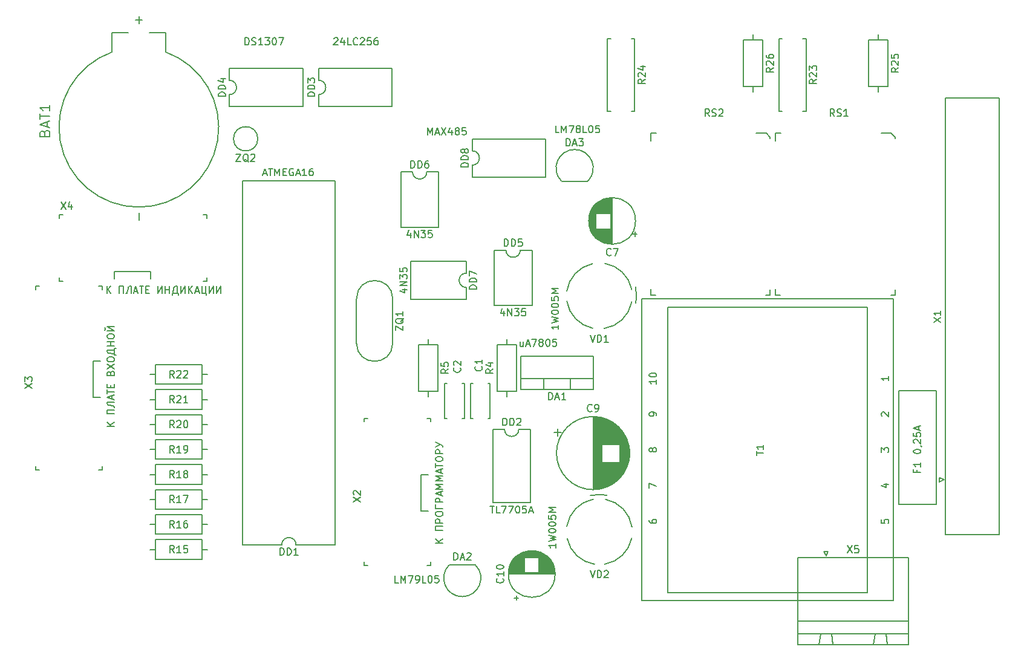
<source format=gbr>
%TF.GenerationSoftware,KiCad,Pcbnew,(6.0.6)*%
%TF.CreationDate,2022-07-28T15:05:17+07:00*%
%TF.ProjectId,_________________(__),1f3b3042-305f-43f4-903e-463541413e40,rev?*%
%TF.SameCoordinates,Original*%
%TF.FileFunction,Legend,Top*%
%TF.FilePolarity,Positive*%
%FSLAX46Y46*%
G04 Gerber Fmt 4.6, Leading zero omitted, Abs format (unit mm)*
G04 Created by KiCad (PCBNEW (6.0.6)) date 2022-07-28 15:05:17*
%MOMM*%
%LPD*%
G01*
G04 APERTURE LIST*
%ADD10C,0.150000*%
G04 APERTURE END LIST*
D10*
X90052380Y-104100000D02*
X89052380Y-104100000D01*
X90052380Y-103528571D02*
X89480952Y-103957142D01*
X89052380Y-103528571D02*
X89623809Y-104100000D01*
X90052380Y-102338095D02*
X89052380Y-102338095D01*
X89052380Y-101766666D01*
X90052380Y-101766666D01*
X90052380Y-101290476D02*
X89052380Y-101290476D01*
X89052380Y-100909523D01*
X89100000Y-100814285D01*
X89147619Y-100766666D01*
X89242857Y-100719047D01*
X89385714Y-100719047D01*
X89480952Y-100766666D01*
X89528571Y-100814285D01*
X89576190Y-100909523D01*
X89576190Y-101290476D01*
X89052380Y-100100000D02*
X89052380Y-99909523D01*
X89100000Y-99814285D01*
X89195238Y-99719047D01*
X89385714Y-99671428D01*
X89719047Y-99671428D01*
X89909523Y-99719047D01*
X90004761Y-99814285D01*
X90052380Y-99909523D01*
X90052380Y-100100000D01*
X90004761Y-100195238D01*
X89909523Y-100290476D01*
X89719047Y-100338095D01*
X89385714Y-100338095D01*
X89195238Y-100290476D01*
X89100000Y-100195238D01*
X89052380Y-100100000D01*
X90052380Y-99242857D02*
X89052380Y-99242857D01*
X89052380Y-98719047D01*
X90052380Y-98385714D02*
X89052380Y-98385714D01*
X89052380Y-98004761D01*
X89100000Y-97909523D01*
X89147619Y-97861904D01*
X89242857Y-97814285D01*
X89385714Y-97814285D01*
X89480952Y-97861904D01*
X89528571Y-97909523D01*
X89576190Y-98004761D01*
X89576190Y-98385714D01*
X89766666Y-97433333D02*
X89766666Y-96957142D01*
X90052380Y-97528571D02*
X89052380Y-97195238D01*
X90052380Y-96861904D01*
X90052380Y-96528571D02*
X89052380Y-96528571D01*
X89766666Y-96195238D01*
X89052380Y-95861904D01*
X90052380Y-95861904D01*
X90052380Y-95385714D02*
X89052380Y-95385714D01*
X89766666Y-95052380D01*
X89052380Y-94719047D01*
X90052380Y-94719047D01*
X89766666Y-94290476D02*
X89766666Y-93814285D01*
X90052380Y-94385714D02*
X89052380Y-94052380D01*
X90052380Y-93719047D01*
X89052380Y-93528571D02*
X89052380Y-92957142D01*
X90052380Y-93242857D02*
X89052380Y-93242857D01*
X89052380Y-92433333D02*
X89052380Y-92242857D01*
X89100000Y-92147619D01*
X89195238Y-92052380D01*
X89385714Y-92004761D01*
X89719047Y-92004761D01*
X89909523Y-92052380D01*
X90004761Y-92147619D01*
X90052380Y-92242857D01*
X90052380Y-92433333D01*
X90004761Y-92528571D01*
X89909523Y-92623809D01*
X89719047Y-92671428D01*
X89385714Y-92671428D01*
X89195238Y-92623809D01*
X89100000Y-92528571D01*
X89052380Y-92433333D01*
X90052380Y-91576190D02*
X89052380Y-91576190D01*
X89052380Y-91195238D01*
X89100000Y-91100000D01*
X89147619Y-91052380D01*
X89242857Y-91004761D01*
X89385714Y-91004761D01*
X89480952Y-91052380D01*
X89528571Y-91100000D01*
X89576190Y-91195238D01*
X89576190Y-91576190D01*
X89052380Y-90623809D02*
X89719047Y-90290476D01*
X89052380Y-89957142D02*
X89909523Y-90385714D01*
X90004761Y-90480952D01*
X90052380Y-90576190D01*
X90052380Y-90623809D01*
X64876190Y-52366666D02*
X65352380Y-52366666D01*
X64780952Y-52652380D02*
X65114285Y-51652380D01*
X65447619Y-52652380D01*
X65638095Y-51652380D02*
X66209523Y-51652380D01*
X65923809Y-52652380D02*
X65923809Y-51652380D01*
X66542857Y-52652380D02*
X66542857Y-51652380D01*
X66876190Y-52366666D01*
X67209523Y-51652380D01*
X67209523Y-52652380D01*
X67685714Y-52128571D02*
X68019047Y-52128571D01*
X68161904Y-52652380D02*
X67685714Y-52652380D01*
X67685714Y-51652380D01*
X68161904Y-51652380D01*
X69114285Y-51700000D02*
X69019047Y-51652380D01*
X68876190Y-51652380D01*
X68733333Y-51700000D01*
X68638095Y-51795238D01*
X68590476Y-51890476D01*
X68542857Y-52080952D01*
X68542857Y-52223809D01*
X68590476Y-52414285D01*
X68638095Y-52509523D01*
X68733333Y-52604761D01*
X68876190Y-52652380D01*
X68971428Y-52652380D01*
X69114285Y-52604761D01*
X69161904Y-52557142D01*
X69161904Y-52223809D01*
X68971428Y-52223809D01*
X69542857Y-52366666D02*
X70019047Y-52366666D01*
X69447619Y-52652380D02*
X69780952Y-51652380D01*
X70114285Y-52652380D01*
X70971428Y-52652380D02*
X70400000Y-52652380D01*
X70685714Y-52652380D02*
X70685714Y-51652380D01*
X70590476Y-51795238D01*
X70495238Y-51890476D01*
X70400000Y-51938095D01*
X71828571Y-51652380D02*
X71638095Y-51652380D01*
X71542857Y-51700000D01*
X71495238Y-51747619D01*
X71400000Y-51890476D01*
X71352380Y-52080952D01*
X71352380Y-52461904D01*
X71400000Y-52557142D01*
X71447619Y-52604761D01*
X71542857Y-52652380D01*
X71733333Y-52652380D01*
X71828571Y-52604761D01*
X71876190Y-52557142D01*
X71923809Y-52461904D01*
X71923809Y-52223809D01*
X71876190Y-52128571D01*
X71828571Y-52080952D01*
X71733333Y-52033333D01*
X71542857Y-52033333D01*
X71447619Y-52080952D01*
X71400000Y-52128571D01*
X71352380Y-52223809D01*
X43023809Y-69152380D02*
X43023809Y-68152380D01*
X43595238Y-69152380D02*
X43166666Y-68580952D01*
X43595238Y-68152380D02*
X43023809Y-68723809D01*
X44785714Y-69152380D02*
X44785714Y-68152380D01*
X45357142Y-68152380D01*
X45357142Y-69152380D01*
X46404761Y-69152380D02*
X46404761Y-68152380D01*
X46261904Y-68152380D01*
X46119047Y-68200000D01*
X46023809Y-68295238D01*
X45976190Y-68438095D01*
X45880952Y-69009523D01*
X45833333Y-69104761D01*
X45738095Y-69152380D01*
X45690476Y-69152380D01*
X46833333Y-68866666D02*
X47309523Y-68866666D01*
X46738095Y-69152380D02*
X47071428Y-68152380D01*
X47404761Y-69152380D01*
X47595238Y-68152380D02*
X48166666Y-68152380D01*
X47880952Y-69152380D02*
X47880952Y-68152380D01*
X48500000Y-68628571D02*
X48833333Y-68628571D01*
X48976190Y-69152380D02*
X48500000Y-69152380D01*
X48500000Y-68152380D01*
X48976190Y-68152380D01*
X50166666Y-68152380D02*
X50166666Y-69152380D01*
X50738095Y-68152380D01*
X50738095Y-69152380D01*
X51214285Y-69152380D02*
X51214285Y-68152380D01*
X51214285Y-68628571D02*
X51785714Y-68628571D01*
X51785714Y-69152380D02*
X51785714Y-68152380D01*
X53023809Y-69390476D02*
X53023809Y-69152380D01*
X52166666Y-69152380D01*
X52166666Y-69390476D01*
X52833333Y-69152380D02*
X52833333Y-68152380D01*
X52595238Y-68152380D01*
X52500000Y-68200000D01*
X52452380Y-68247619D01*
X52404761Y-68342857D01*
X52309523Y-69152380D01*
X53404761Y-68152380D02*
X53404761Y-69152380D01*
X53976190Y-68152380D01*
X53976190Y-69152380D01*
X54452380Y-69152380D02*
X54452380Y-68152380D01*
X55023809Y-69152380D02*
X54595238Y-68580952D01*
X55023809Y-68152380D02*
X54452380Y-68723809D01*
X55404761Y-68866666D02*
X55880952Y-68866666D01*
X55309523Y-69152380D02*
X55642857Y-68152380D01*
X55976190Y-69152380D01*
X56880952Y-68152380D02*
X56880952Y-69152380D01*
X56309523Y-68152380D02*
X56309523Y-69152380D01*
X56976190Y-69152380D01*
X56976190Y-69390476D01*
X57357142Y-68152380D02*
X57357142Y-69152380D01*
X57928571Y-68152380D01*
X57928571Y-69152380D01*
X58404761Y-68152380D02*
X58404761Y-69152380D01*
X58976190Y-68152380D01*
X58976190Y-69152380D01*
X44052380Y-87776190D02*
X43052380Y-87776190D01*
X44052380Y-87204761D02*
X43480952Y-87633333D01*
X43052380Y-87204761D02*
X43623809Y-87776190D01*
X44052380Y-86014285D02*
X43052380Y-86014285D01*
X43052380Y-85442857D01*
X44052380Y-85442857D01*
X44052380Y-84395238D02*
X43052380Y-84395238D01*
X43052380Y-84538095D01*
X43100000Y-84680952D01*
X43195238Y-84776190D01*
X43338095Y-84823809D01*
X43909523Y-84919047D01*
X44004761Y-84966666D01*
X44052380Y-85061904D01*
X44052380Y-85109523D01*
X43766666Y-83966666D02*
X43766666Y-83490476D01*
X44052380Y-84061904D02*
X43052380Y-83728571D01*
X44052380Y-83395238D01*
X43052380Y-83204761D02*
X43052380Y-82633333D01*
X44052380Y-82919047D02*
X43052380Y-82919047D01*
X43528571Y-82300000D02*
X43528571Y-81966666D01*
X44052380Y-81823809D02*
X44052380Y-82300000D01*
X43052380Y-82300000D01*
X43052380Y-81823809D01*
X43528571Y-80300000D02*
X43576190Y-80157142D01*
X43623809Y-80109523D01*
X43719047Y-80061904D01*
X43861904Y-80061904D01*
X43957142Y-80109523D01*
X44004761Y-80157142D01*
X44052380Y-80252380D01*
X44052380Y-80633333D01*
X43052380Y-80633333D01*
X43052380Y-80300000D01*
X43100000Y-80204761D01*
X43147619Y-80157142D01*
X43242857Y-80109523D01*
X43338095Y-80109523D01*
X43433333Y-80157142D01*
X43480952Y-80204761D01*
X43528571Y-80300000D01*
X43528571Y-80633333D01*
X43052380Y-79728571D02*
X44052380Y-79061904D01*
X43052380Y-79061904D02*
X44052380Y-79728571D01*
X43052380Y-78490476D02*
X43052380Y-78300000D01*
X43100000Y-78204761D01*
X43195238Y-78109523D01*
X43385714Y-78061904D01*
X43719047Y-78061904D01*
X43909523Y-78109523D01*
X44004761Y-78204761D01*
X44052380Y-78300000D01*
X44052380Y-78490476D01*
X44004761Y-78585714D01*
X43909523Y-78680952D01*
X43719047Y-78728571D01*
X43385714Y-78728571D01*
X43195238Y-78680952D01*
X43100000Y-78585714D01*
X43052380Y-78490476D01*
X44290476Y-76871428D02*
X44052380Y-76871428D01*
X44052380Y-77728571D01*
X44290476Y-77728571D01*
X44052380Y-77061904D02*
X43052380Y-77061904D01*
X43052380Y-77300000D01*
X43100000Y-77395238D01*
X43147619Y-77442857D01*
X43242857Y-77490476D01*
X44052380Y-77585714D01*
X44052380Y-76490476D02*
X43052380Y-76490476D01*
X43528571Y-76490476D02*
X43528571Y-75919047D01*
X44052380Y-75919047D02*
X43052380Y-75919047D01*
X43052380Y-75252380D02*
X43052380Y-75061904D01*
X43100000Y-74966666D01*
X43195238Y-74871428D01*
X43385714Y-74823809D01*
X43719047Y-74823809D01*
X43909523Y-74871428D01*
X44004761Y-74966666D01*
X44052380Y-75061904D01*
X44052380Y-75252380D01*
X44004761Y-75347619D01*
X43909523Y-75442857D01*
X43719047Y-75490476D01*
X43385714Y-75490476D01*
X43195238Y-75442857D01*
X43100000Y-75347619D01*
X43052380Y-75252380D01*
X43052380Y-74395238D02*
X44052380Y-74395238D01*
X43052380Y-73823809D01*
X44052380Y-73823809D01*
X42671428Y-74300000D02*
X42766666Y-74252380D01*
X42814285Y-74157142D01*
X42814285Y-74061904D01*
X42766666Y-73966666D01*
X42671428Y-73919047D01*
%TO.C,C7*%
X113583333Y-63757142D02*
X113535714Y-63804761D01*
X113392857Y-63852380D01*
X113297619Y-63852380D01*
X113154761Y-63804761D01*
X113059523Y-63709523D01*
X113011904Y-63614285D01*
X112964285Y-63423809D01*
X112964285Y-63280952D01*
X113011904Y-63090476D01*
X113059523Y-62995238D01*
X113154761Y-62900000D01*
X113297619Y-62852380D01*
X113392857Y-62852380D01*
X113535714Y-62900000D01*
X113583333Y-62947619D01*
X113916666Y-62852380D02*
X114583333Y-62852380D01*
X114154761Y-63852380D01*
%TO.C,R15*%
X52437142Y-105452380D02*
X52103809Y-104976190D01*
X51865714Y-105452380D02*
X51865714Y-104452380D01*
X52246666Y-104452380D01*
X52341904Y-104500000D01*
X52389523Y-104547619D01*
X52437142Y-104642857D01*
X52437142Y-104785714D01*
X52389523Y-104880952D01*
X52341904Y-104928571D01*
X52246666Y-104976190D01*
X51865714Y-104976190D01*
X53389523Y-105452380D02*
X52818095Y-105452380D01*
X53103809Y-105452380D02*
X53103809Y-104452380D01*
X53008571Y-104595238D01*
X52913333Y-104690476D01*
X52818095Y-104738095D01*
X54294285Y-104452380D02*
X53818095Y-104452380D01*
X53770476Y-104928571D01*
X53818095Y-104880952D01*
X53913333Y-104833333D01*
X54151428Y-104833333D01*
X54246666Y-104880952D01*
X54294285Y-104928571D01*
X54341904Y-105023809D01*
X54341904Y-105261904D01*
X54294285Y-105357142D01*
X54246666Y-105404761D01*
X54151428Y-105452380D01*
X53913333Y-105452380D01*
X53818095Y-105404761D01*
X53770476Y-105357142D01*
%TO.C,R19*%
X52437142Y-91452380D02*
X52103809Y-90976190D01*
X51865714Y-91452380D02*
X51865714Y-90452380D01*
X52246666Y-90452380D01*
X52341904Y-90500000D01*
X52389523Y-90547619D01*
X52437142Y-90642857D01*
X52437142Y-90785714D01*
X52389523Y-90880952D01*
X52341904Y-90928571D01*
X52246666Y-90976190D01*
X51865714Y-90976190D01*
X53389523Y-91452380D02*
X52818095Y-91452380D01*
X53103809Y-91452380D02*
X53103809Y-90452380D01*
X53008571Y-90595238D01*
X52913333Y-90690476D01*
X52818095Y-90738095D01*
X53865714Y-91452380D02*
X54056190Y-91452380D01*
X54151428Y-91404761D01*
X54199047Y-91357142D01*
X54294285Y-91214285D01*
X54341904Y-91023809D01*
X54341904Y-90642857D01*
X54294285Y-90547619D01*
X54246666Y-90500000D01*
X54151428Y-90452380D01*
X53960952Y-90452380D01*
X53865714Y-90500000D01*
X53818095Y-90547619D01*
X53770476Y-90642857D01*
X53770476Y-90880952D01*
X53818095Y-90976190D01*
X53865714Y-91023809D01*
X53960952Y-91071428D01*
X54151428Y-91071428D01*
X54246666Y-91023809D01*
X54294285Y-90976190D01*
X54341904Y-90880952D01*
%TO.C,DA2*%
X91603333Y-106452380D02*
X91603333Y-105452380D01*
X91841428Y-105452380D01*
X91984285Y-105500000D01*
X92079523Y-105595238D01*
X92127142Y-105690476D01*
X92174761Y-105880952D01*
X92174761Y-106023809D01*
X92127142Y-106214285D01*
X92079523Y-106309523D01*
X91984285Y-106404761D01*
X91841428Y-106452380D01*
X91603333Y-106452380D01*
X92555714Y-106166666D02*
X93031904Y-106166666D01*
X92460476Y-106452380D02*
X92793809Y-105452380D01*
X93127142Y-106452380D01*
X93412857Y-105547619D02*
X93460476Y-105500000D01*
X93555714Y-105452380D01*
X93793809Y-105452380D01*
X93889047Y-105500000D01*
X93936666Y-105547619D01*
X93984285Y-105642857D01*
X93984285Y-105738095D01*
X93936666Y-105880952D01*
X93365238Y-106452380D01*
X93984285Y-106452380D01*
X83828571Y-109652380D02*
X83352380Y-109652380D01*
X83352380Y-108652380D01*
X84161904Y-109652380D02*
X84161904Y-108652380D01*
X84495238Y-109366666D01*
X84828571Y-108652380D01*
X84828571Y-109652380D01*
X85209523Y-108652380D02*
X85876190Y-108652380D01*
X85447619Y-109652380D01*
X86304761Y-109652380D02*
X86495238Y-109652380D01*
X86590476Y-109604761D01*
X86638095Y-109557142D01*
X86733333Y-109414285D01*
X86780952Y-109223809D01*
X86780952Y-108842857D01*
X86733333Y-108747619D01*
X86685714Y-108700000D01*
X86590476Y-108652380D01*
X86400000Y-108652380D01*
X86304761Y-108700000D01*
X86257142Y-108747619D01*
X86209523Y-108842857D01*
X86209523Y-109080952D01*
X86257142Y-109176190D01*
X86304761Y-109223809D01*
X86400000Y-109271428D01*
X86590476Y-109271428D01*
X86685714Y-109223809D01*
X86733333Y-109176190D01*
X86780952Y-109080952D01*
X87685714Y-109652380D02*
X87209523Y-109652380D01*
X87209523Y-108652380D01*
X88209523Y-108652380D02*
X88304761Y-108652380D01*
X88400000Y-108700000D01*
X88447619Y-108747619D01*
X88495238Y-108842857D01*
X88542857Y-109033333D01*
X88542857Y-109271428D01*
X88495238Y-109461904D01*
X88447619Y-109557142D01*
X88400000Y-109604761D01*
X88304761Y-109652380D01*
X88209523Y-109652380D01*
X88114285Y-109604761D01*
X88066666Y-109557142D01*
X88019047Y-109461904D01*
X87971428Y-109271428D01*
X87971428Y-109033333D01*
X88019047Y-108842857D01*
X88066666Y-108747619D01*
X88114285Y-108700000D01*
X88209523Y-108652380D01*
X89447619Y-108652380D02*
X88971428Y-108652380D01*
X88923809Y-109128571D01*
X88971428Y-109080952D01*
X89066666Y-109033333D01*
X89304761Y-109033333D01*
X89400000Y-109080952D01*
X89447619Y-109128571D01*
X89495238Y-109223809D01*
X89495238Y-109461904D01*
X89447619Y-109557142D01*
X89400000Y-109604761D01*
X89304761Y-109652380D01*
X89066666Y-109652380D01*
X88971428Y-109604761D01*
X88923809Y-109557142D01*
%TO.C,C1*%
X95457142Y-79366666D02*
X95504761Y-79414285D01*
X95552380Y-79557142D01*
X95552380Y-79652380D01*
X95504761Y-79795238D01*
X95409523Y-79890476D01*
X95314285Y-79938095D01*
X95123809Y-79985714D01*
X94980952Y-79985714D01*
X94790476Y-79938095D01*
X94695238Y-79890476D01*
X94600000Y-79795238D01*
X94552380Y-79652380D01*
X94552380Y-79557142D01*
X94600000Y-79414285D01*
X94647619Y-79366666D01*
X95552380Y-78414285D02*
X95552380Y-78985714D01*
X95552380Y-78700000D02*
X94552380Y-78700000D01*
X94695238Y-78795238D01*
X94790476Y-78890476D01*
X94838095Y-78985714D01*
%TO.C,R20*%
X52437142Y-87952380D02*
X52103809Y-87476190D01*
X51865714Y-87952380D02*
X51865714Y-86952380D01*
X52246666Y-86952380D01*
X52341904Y-87000000D01*
X52389523Y-87047619D01*
X52437142Y-87142857D01*
X52437142Y-87285714D01*
X52389523Y-87380952D01*
X52341904Y-87428571D01*
X52246666Y-87476190D01*
X51865714Y-87476190D01*
X52818095Y-87047619D02*
X52865714Y-87000000D01*
X52960952Y-86952380D01*
X53199047Y-86952380D01*
X53294285Y-87000000D01*
X53341904Y-87047619D01*
X53389523Y-87142857D01*
X53389523Y-87238095D01*
X53341904Y-87380952D01*
X52770476Y-87952380D01*
X53389523Y-87952380D01*
X54008571Y-86952380D02*
X54103809Y-86952380D01*
X54199047Y-87000000D01*
X54246666Y-87047619D01*
X54294285Y-87142857D01*
X54341904Y-87333333D01*
X54341904Y-87571428D01*
X54294285Y-87761904D01*
X54246666Y-87857142D01*
X54199047Y-87904761D01*
X54103809Y-87952380D01*
X54008571Y-87952380D01*
X53913333Y-87904761D01*
X53865714Y-87857142D01*
X53818095Y-87761904D01*
X53770476Y-87571428D01*
X53770476Y-87333333D01*
X53818095Y-87142857D01*
X53865714Y-87047619D01*
X53913333Y-87000000D01*
X54008571Y-86952380D01*
%TO.C,C10*%
X98457142Y-109075237D02*
X98504761Y-109122856D01*
X98552380Y-109265713D01*
X98552380Y-109360951D01*
X98504761Y-109503808D01*
X98409523Y-109599046D01*
X98314285Y-109646665D01*
X98123809Y-109694284D01*
X97980952Y-109694284D01*
X97790476Y-109646665D01*
X97695238Y-109599046D01*
X97600000Y-109503808D01*
X97552380Y-109360951D01*
X97552380Y-109265713D01*
X97600000Y-109122856D01*
X97647619Y-109075237D01*
X98552380Y-108122856D02*
X98552380Y-108694284D01*
X98552380Y-108408570D02*
X97552380Y-108408570D01*
X97695238Y-108503808D01*
X97790476Y-108599046D01*
X97838095Y-108694284D01*
X97552380Y-107503808D02*
X97552380Y-107408570D01*
X97600000Y-107313332D01*
X97647619Y-107265713D01*
X97742857Y-107218094D01*
X97933333Y-107170475D01*
X98171428Y-107170475D01*
X98361904Y-107218094D01*
X98457142Y-107265713D01*
X98504761Y-107313332D01*
X98552380Y-107408570D01*
X98552380Y-107503808D01*
X98504761Y-107599046D01*
X98457142Y-107646665D01*
X98361904Y-107694284D01*
X98171428Y-107741903D01*
X97933333Y-107741903D01*
X97742857Y-107694284D01*
X97647619Y-107646665D01*
X97600000Y-107599046D01*
X97552380Y-107503808D01*
%TO.C,ZQ1*%
X83477380Y-74333333D02*
X83477380Y-73666666D01*
X84477380Y-74333333D01*
X84477380Y-73666666D01*
X84572619Y-72619047D02*
X84525000Y-72714285D01*
X84429761Y-72809523D01*
X84286904Y-72952380D01*
X84239285Y-73047619D01*
X84239285Y-73142857D01*
X84477380Y-73095238D02*
X84429761Y-73190476D01*
X84334523Y-73285714D01*
X84144047Y-73333333D01*
X83810714Y-73333333D01*
X83620238Y-73285714D01*
X83525000Y-73190476D01*
X83477380Y-73095238D01*
X83477380Y-72904761D01*
X83525000Y-72809523D01*
X83620238Y-72714285D01*
X83810714Y-72666666D01*
X84144047Y-72666666D01*
X84334523Y-72714285D01*
X84429761Y-72809523D01*
X84477380Y-72904761D01*
X84477380Y-73095238D01*
X84477380Y-71714285D02*
X84477380Y-72285714D01*
X84477380Y-72000000D02*
X83477380Y-72000000D01*
X83620238Y-72095238D01*
X83715476Y-72190476D01*
X83763095Y-72285714D01*
%TO.C,R21*%
X52437142Y-84452380D02*
X52103809Y-83976190D01*
X51865714Y-84452380D02*
X51865714Y-83452380D01*
X52246666Y-83452380D01*
X52341904Y-83500000D01*
X52389523Y-83547619D01*
X52437142Y-83642857D01*
X52437142Y-83785714D01*
X52389523Y-83880952D01*
X52341904Y-83928571D01*
X52246666Y-83976190D01*
X51865714Y-83976190D01*
X52818095Y-83547619D02*
X52865714Y-83500000D01*
X52960952Y-83452380D01*
X53199047Y-83452380D01*
X53294285Y-83500000D01*
X53341904Y-83547619D01*
X53389523Y-83642857D01*
X53389523Y-83738095D01*
X53341904Y-83880952D01*
X52770476Y-84452380D01*
X53389523Y-84452380D01*
X54341904Y-84452380D02*
X53770476Y-84452380D01*
X54056190Y-84452380D02*
X54056190Y-83452380D01*
X53960952Y-83595238D01*
X53865714Y-83690476D01*
X53770476Y-83738095D01*
%TO.C,X3*%
X31552380Y-82409523D02*
X32552380Y-81742857D01*
X31552380Y-81742857D02*
X32552380Y-82409523D01*
X31552380Y-81457142D02*
X31552380Y-80838095D01*
X31933333Y-81171428D01*
X31933333Y-81028571D01*
X31980952Y-80933333D01*
X32028571Y-80885714D01*
X32123809Y-80838095D01*
X32361904Y-80838095D01*
X32457142Y-80885714D01*
X32504761Y-80933333D01*
X32552380Y-81028571D01*
X32552380Y-81314285D01*
X32504761Y-81409523D01*
X32457142Y-81457142D01*
%TO.C,DD4*%
X59622380Y-41548095D02*
X58622380Y-41548095D01*
X58622380Y-41310000D01*
X58670000Y-41167142D01*
X58765238Y-41071904D01*
X58860476Y-41024285D01*
X59050952Y-40976666D01*
X59193809Y-40976666D01*
X59384285Y-41024285D01*
X59479523Y-41071904D01*
X59574761Y-41167142D01*
X59622380Y-41310000D01*
X59622380Y-41548095D01*
X59622380Y-40548095D02*
X58622380Y-40548095D01*
X58622380Y-40310000D01*
X58670000Y-40167142D01*
X58765238Y-40071904D01*
X58860476Y-40024285D01*
X59050952Y-39976666D01*
X59193809Y-39976666D01*
X59384285Y-40024285D01*
X59479523Y-40071904D01*
X59574761Y-40167142D01*
X59622380Y-40310000D01*
X59622380Y-40548095D01*
X58955714Y-39119523D02*
X59622380Y-39119523D01*
X58574761Y-39357619D02*
X59289047Y-39595714D01*
X59289047Y-38976666D01*
X62357142Y-34352380D02*
X62357142Y-33352380D01*
X62595238Y-33352380D01*
X62738095Y-33400000D01*
X62833333Y-33495238D01*
X62880952Y-33590476D01*
X62928571Y-33780952D01*
X62928571Y-33923809D01*
X62880952Y-34114285D01*
X62833333Y-34209523D01*
X62738095Y-34304761D01*
X62595238Y-34352380D01*
X62357142Y-34352380D01*
X63309523Y-34304761D02*
X63452380Y-34352380D01*
X63690476Y-34352380D01*
X63785714Y-34304761D01*
X63833333Y-34257142D01*
X63880952Y-34161904D01*
X63880952Y-34066666D01*
X63833333Y-33971428D01*
X63785714Y-33923809D01*
X63690476Y-33876190D01*
X63500000Y-33828571D01*
X63404761Y-33780952D01*
X63357142Y-33733333D01*
X63309523Y-33638095D01*
X63309523Y-33542857D01*
X63357142Y-33447619D01*
X63404761Y-33400000D01*
X63500000Y-33352380D01*
X63738095Y-33352380D01*
X63880952Y-33400000D01*
X64833333Y-34352380D02*
X64261904Y-34352380D01*
X64547619Y-34352380D02*
X64547619Y-33352380D01*
X64452380Y-33495238D01*
X64357142Y-33590476D01*
X64261904Y-33638095D01*
X65166666Y-33352380D02*
X65785714Y-33352380D01*
X65452380Y-33733333D01*
X65595238Y-33733333D01*
X65690476Y-33780952D01*
X65738095Y-33828571D01*
X65785714Y-33923809D01*
X65785714Y-34161904D01*
X65738095Y-34257142D01*
X65690476Y-34304761D01*
X65595238Y-34352380D01*
X65309523Y-34352380D01*
X65214285Y-34304761D01*
X65166666Y-34257142D01*
X66404761Y-33352380D02*
X66500000Y-33352380D01*
X66595238Y-33400000D01*
X66642857Y-33447619D01*
X66690476Y-33542857D01*
X66738095Y-33733333D01*
X66738095Y-33971428D01*
X66690476Y-34161904D01*
X66642857Y-34257142D01*
X66595238Y-34304761D01*
X66500000Y-34352380D01*
X66404761Y-34352380D01*
X66309523Y-34304761D01*
X66261904Y-34257142D01*
X66214285Y-34161904D01*
X66166666Y-33971428D01*
X66166666Y-33733333D01*
X66214285Y-33542857D01*
X66261904Y-33447619D01*
X66309523Y-33400000D01*
X66404761Y-33352380D01*
X67071428Y-33352380D02*
X67738095Y-33352380D01*
X67309523Y-34352380D01*
%TO.C,R18*%
X52437142Y-94952380D02*
X52103809Y-94476190D01*
X51865714Y-94952380D02*
X51865714Y-93952380D01*
X52246666Y-93952380D01*
X52341904Y-94000000D01*
X52389523Y-94047619D01*
X52437142Y-94142857D01*
X52437142Y-94285714D01*
X52389523Y-94380952D01*
X52341904Y-94428571D01*
X52246666Y-94476190D01*
X51865714Y-94476190D01*
X53389523Y-94952380D02*
X52818095Y-94952380D01*
X53103809Y-94952380D02*
X53103809Y-93952380D01*
X53008571Y-94095238D01*
X52913333Y-94190476D01*
X52818095Y-94238095D01*
X53960952Y-94380952D02*
X53865714Y-94333333D01*
X53818095Y-94285714D01*
X53770476Y-94190476D01*
X53770476Y-94142857D01*
X53818095Y-94047619D01*
X53865714Y-94000000D01*
X53960952Y-93952380D01*
X54151428Y-93952380D01*
X54246666Y-94000000D01*
X54294285Y-94047619D01*
X54341904Y-94142857D01*
X54341904Y-94190476D01*
X54294285Y-94285714D01*
X54246666Y-94333333D01*
X54151428Y-94380952D01*
X53960952Y-94380952D01*
X53865714Y-94428571D01*
X53818095Y-94476190D01*
X53770476Y-94571428D01*
X53770476Y-94761904D01*
X53818095Y-94857142D01*
X53865714Y-94904761D01*
X53960952Y-94952380D01*
X54151428Y-94952380D01*
X54246666Y-94904761D01*
X54294285Y-94857142D01*
X54341904Y-94761904D01*
X54341904Y-94571428D01*
X54294285Y-94476190D01*
X54246666Y-94428571D01*
X54151428Y-94380952D01*
%TO.C,VD2*%
X110690476Y-107952380D02*
X111023809Y-108952380D01*
X111357142Y-107952380D01*
X111690476Y-108952380D02*
X111690476Y-107952380D01*
X111928571Y-107952380D01*
X112071428Y-108000000D01*
X112166666Y-108095238D01*
X112214285Y-108190476D01*
X112261904Y-108380952D01*
X112261904Y-108523809D01*
X112214285Y-108714285D01*
X112166666Y-108809523D01*
X112071428Y-108904761D01*
X111928571Y-108952380D01*
X111690476Y-108952380D01*
X112642857Y-108047619D02*
X112690476Y-108000000D01*
X112785714Y-107952380D01*
X113023809Y-107952380D01*
X113119047Y-108000000D01*
X113166666Y-108047619D01*
X113214285Y-108142857D01*
X113214285Y-108238095D01*
X113166666Y-108380952D01*
X112595238Y-108952380D01*
X113214285Y-108952380D01*
X105852381Y-104185714D02*
X105852381Y-104757142D01*
X105852381Y-104471428D02*
X104852381Y-104471428D01*
X104995239Y-104566666D01*
X105090477Y-104661904D01*
X105138096Y-104757142D01*
X104852381Y-103852380D02*
X105852381Y-103614285D01*
X105138096Y-103423809D01*
X105852381Y-103233333D01*
X104852381Y-102995238D01*
X104852381Y-102423809D02*
X104852381Y-102328571D01*
X104900001Y-102233333D01*
X104947620Y-102185714D01*
X105042858Y-102138095D01*
X105233334Y-102090476D01*
X105471429Y-102090476D01*
X105661905Y-102138095D01*
X105757143Y-102185714D01*
X105804762Y-102233333D01*
X105852381Y-102328571D01*
X105852381Y-102423809D01*
X105804762Y-102519047D01*
X105757143Y-102566666D01*
X105661905Y-102614285D01*
X105471429Y-102661904D01*
X105233334Y-102661904D01*
X105042858Y-102614285D01*
X104947620Y-102566666D01*
X104900001Y-102519047D01*
X104852381Y-102423809D01*
X104852381Y-101471428D02*
X104852381Y-101376190D01*
X104900001Y-101280952D01*
X104947620Y-101233333D01*
X105042858Y-101185714D01*
X105233334Y-101138095D01*
X105471429Y-101138095D01*
X105661905Y-101185714D01*
X105757143Y-101233333D01*
X105804762Y-101280952D01*
X105852381Y-101376190D01*
X105852381Y-101471428D01*
X105804762Y-101566666D01*
X105757143Y-101614285D01*
X105661905Y-101661904D01*
X105471429Y-101709523D01*
X105233334Y-101709523D01*
X105042858Y-101661904D01*
X104947620Y-101614285D01*
X104900001Y-101566666D01*
X104852381Y-101471428D01*
X104852381Y-100233333D02*
X104852381Y-100709523D01*
X105328572Y-100757142D01*
X105280953Y-100709523D01*
X105233334Y-100614285D01*
X105233334Y-100376190D01*
X105280953Y-100280952D01*
X105328572Y-100233333D01*
X105423810Y-100185714D01*
X105661905Y-100185714D01*
X105757143Y-100233333D01*
X105804762Y-100280952D01*
X105852381Y-100376190D01*
X105852381Y-100614285D01*
X105804762Y-100709523D01*
X105757143Y-100757142D01*
X105852381Y-99757142D02*
X104852381Y-99757142D01*
X105566667Y-99423809D01*
X104852381Y-99090476D01*
X105852381Y-99090476D01*
%TO.C,R25*%
X153822380Y-37562857D02*
X153346190Y-37896190D01*
X153822380Y-38134285D02*
X152822380Y-38134285D01*
X152822380Y-37753333D01*
X152870000Y-37658095D01*
X152917619Y-37610476D01*
X153012857Y-37562857D01*
X153155714Y-37562857D01*
X153250952Y-37610476D01*
X153298571Y-37658095D01*
X153346190Y-37753333D01*
X153346190Y-38134285D01*
X152917619Y-37181904D02*
X152870000Y-37134285D01*
X152822380Y-37039047D01*
X152822380Y-36800952D01*
X152870000Y-36705714D01*
X152917619Y-36658095D01*
X153012857Y-36610476D01*
X153108095Y-36610476D01*
X153250952Y-36658095D01*
X153822380Y-37229523D01*
X153822380Y-36610476D01*
X152822380Y-35705714D02*
X152822380Y-36181904D01*
X153298571Y-36229523D01*
X153250952Y-36181904D01*
X153203333Y-36086666D01*
X153203333Y-35848571D01*
X153250952Y-35753333D01*
X153298571Y-35705714D01*
X153393809Y-35658095D01*
X153631904Y-35658095D01*
X153727142Y-35705714D01*
X153774761Y-35753333D01*
X153822380Y-35848571D01*
X153822380Y-36086666D01*
X153774761Y-36181904D01*
X153727142Y-36229523D01*
%TO.C,BAT1*%
X34300000Y-46700000D02*
X34366666Y-46500000D01*
X34433333Y-46433333D01*
X34566666Y-46366666D01*
X34766666Y-46366666D01*
X34900000Y-46433333D01*
X34966666Y-46500000D01*
X35033333Y-46633333D01*
X35033333Y-47166666D01*
X33633333Y-47166666D01*
X33633333Y-46700000D01*
X33700000Y-46566666D01*
X33766666Y-46500000D01*
X33900000Y-46433333D01*
X34033333Y-46433333D01*
X34166666Y-46500000D01*
X34233333Y-46566666D01*
X34300000Y-46700000D01*
X34300000Y-47166666D01*
X34633333Y-45833333D02*
X34633333Y-45166666D01*
X35033333Y-45966666D02*
X33633333Y-45500000D01*
X35033333Y-45033333D01*
X33633333Y-44766666D02*
X33633333Y-43966666D01*
X35033333Y-44366666D02*
X33633333Y-44366666D01*
X35033333Y-42766666D02*
X35033333Y-43566666D01*
X35033333Y-43166666D02*
X33633333Y-43166666D01*
X33833333Y-43300000D01*
X33966666Y-43433333D01*
X34033333Y-43566666D01*
%TO.C,DA1*%
X104873333Y-84022380D02*
X104873333Y-83022380D01*
X105111428Y-83022380D01*
X105254285Y-83070000D01*
X105349523Y-83165238D01*
X105397142Y-83260476D01*
X105444761Y-83450952D01*
X105444761Y-83593809D01*
X105397142Y-83784285D01*
X105349523Y-83879523D01*
X105254285Y-83974761D01*
X105111428Y-84022380D01*
X104873333Y-84022380D01*
X105825714Y-83736666D02*
X106301904Y-83736666D01*
X105730476Y-84022380D02*
X106063809Y-83022380D01*
X106397142Y-84022380D01*
X107254285Y-84022380D02*
X106682857Y-84022380D01*
X106968571Y-84022380D02*
X106968571Y-83022380D01*
X106873333Y-83165238D01*
X106778095Y-83260476D01*
X106682857Y-83308095D01*
X101280952Y-75885714D02*
X101280952Y-76552380D01*
X100852380Y-75885714D02*
X100852380Y-76409523D01*
X100900000Y-76504761D01*
X100995238Y-76552380D01*
X101138095Y-76552380D01*
X101233333Y-76504761D01*
X101280952Y-76457142D01*
X101709523Y-76266666D02*
X102185714Y-76266666D01*
X101614285Y-76552380D02*
X101947619Y-75552380D01*
X102280952Y-76552380D01*
X102519047Y-75552380D02*
X103185714Y-75552380D01*
X102757142Y-76552380D01*
X103709523Y-75980952D02*
X103614285Y-75933333D01*
X103566666Y-75885714D01*
X103519047Y-75790476D01*
X103519047Y-75742857D01*
X103566666Y-75647619D01*
X103614285Y-75600000D01*
X103709523Y-75552380D01*
X103900000Y-75552380D01*
X103995238Y-75600000D01*
X104042857Y-75647619D01*
X104090476Y-75742857D01*
X104090476Y-75790476D01*
X104042857Y-75885714D01*
X103995238Y-75933333D01*
X103900000Y-75980952D01*
X103709523Y-75980952D01*
X103614285Y-76028571D01*
X103566666Y-76076190D01*
X103519047Y-76171428D01*
X103519047Y-76361904D01*
X103566666Y-76457142D01*
X103614285Y-76504761D01*
X103709523Y-76552380D01*
X103900000Y-76552380D01*
X103995238Y-76504761D01*
X104042857Y-76457142D01*
X104090476Y-76361904D01*
X104090476Y-76171428D01*
X104042857Y-76076190D01*
X103995238Y-76028571D01*
X103900000Y-75980952D01*
X104709523Y-75552380D02*
X104804761Y-75552380D01*
X104900000Y-75600000D01*
X104947619Y-75647619D01*
X104995238Y-75742857D01*
X105042857Y-75933333D01*
X105042857Y-76171428D01*
X104995238Y-76361904D01*
X104947619Y-76457142D01*
X104900000Y-76504761D01*
X104804761Y-76552380D01*
X104709523Y-76552380D01*
X104614285Y-76504761D01*
X104566666Y-76457142D01*
X104519047Y-76361904D01*
X104471428Y-76171428D01*
X104471428Y-75933333D01*
X104519047Y-75742857D01*
X104566666Y-75647619D01*
X104614285Y-75600000D01*
X104709523Y-75552380D01*
X105947619Y-75552380D02*
X105471428Y-75552380D01*
X105423809Y-76028571D01*
X105471428Y-75980952D01*
X105566666Y-75933333D01*
X105804761Y-75933333D01*
X105900000Y-75980952D01*
X105947619Y-76028571D01*
X105995238Y-76123809D01*
X105995238Y-76361904D01*
X105947619Y-76457142D01*
X105900000Y-76504761D01*
X105804761Y-76552380D01*
X105566666Y-76552380D01*
X105471428Y-76504761D01*
X105423809Y-76457142D01*
%TO.C,DD7*%
X94782380Y-68548095D02*
X93782380Y-68548095D01*
X93782380Y-68310000D01*
X93830000Y-68167142D01*
X93925238Y-68071904D01*
X94020476Y-68024285D01*
X94210952Y-67976666D01*
X94353809Y-67976666D01*
X94544285Y-68024285D01*
X94639523Y-68071904D01*
X94734761Y-68167142D01*
X94782380Y-68310000D01*
X94782380Y-68548095D01*
X94782380Y-67548095D02*
X93782380Y-67548095D01*
X93782380Y-67310000D01*
X93830000Y-67167142D01*
X93925238Y-67071904D01*
X94020476Y-67024285D01*
X94210952Y-66976666D01*
X94353809Y-66976666D01*
X94544285Y-67024285D01*
X94639523Y-67071904D01*
X94734761Y-67167142D01*
X94782380Y-67310000D01*
X94782380Y-67548095D01*
X93782380Y-66643333D02*
X93782380Y-65976666D01*
X94782380Y-66405238D01*
X84375714Y-68595714D02*
X85042380Y-68595714D01*
X83994761Y-68833809D02*
X84709047Y-69071904D01*
X84709047Y-68452857D01*
X85042380Y-68071904D02*
X84042380Y-68071904D01*
X85042380Y-67500476D01*
X84042380Y-67500476D01*
X84042380Y-67119523D02*
X84042380Y-66500476D01*
X84423333Y-66833809D01*
X84423333Y-66690952D01*
X84470952Y-66595714D01*
X84518571Y-66548095D01*
X84613809Y-66500476D01*
X84851904Y-66500476D01*
X84947142Y-66548095D01*
X84994761Y-66595714D01*
X85042380Y-66690952D01*
X85042380Y-66976666D01*
X84994761Y-67071904D01*
X84947142Y-67119523D01*
X84042380Y-65595714D02*
X84042380Y-66071904D01*
X84518571Y-66119523D01*
X84470952Y-66071904D01*
X84423333Y-65976666D01*
X84423333Y-65738571D01*
X84470952Y-65643333D01*
X84518571Y-65595714D01*
X84613809Y-65548095D01*
X84851904Y-65548095D01*
X84947142Y-65595714D01*
X84994761Y-65643333D01*
X85042380Y-65738571D01*
X85042380Y-65976666D01*
X84994761Y-66071904D01*
X84947142Y-66119523D01*
%TO.C,DD8*%
X93622380Y-51428095D02*
X92622380Y-51428095D01*
X92622380Y-51190000D01*
X92670000Y-51047142D01*
X92765238Y-50951904D01*
X92860476Y-50904285D01*
X93050952Y-50856666D01*
X93193809Y-50856666D01*
X93384285Y-50904285D01*
X93479523Y-50951904D01*
X93574761Y-51047142D01*
X93622380Y-51190000D01*
X93622380Y-51428095D01*
X93622380Y-50428095D02*
X92622380Y-50428095D01*
X92622380Y-50190000D01*
X92670000Y-50047142D01*
X92765238Y-49951904D01*
X92860476Y-49904285D01*
X93050952Y-49856666D01*
X93193809Y-49856666D01*
X93384285Y-49904285D01*
X93479523Y-49951904D01*
X93574761Y-50047142D01*
X93622380Y-50190000D01*
X93622380Y-50428095D01*
X93050952Y-49285238D02*
X93003333Y-49380476D01*
X92955714Y-49428095D01*
X92860476Y-49475714D01*
X92812857Y-49475714D01*
X92717619Y-49428095D01*
X92670000Y-49380476D01*
X92622380Y-49285238D01*
X92622380Y-49094761D01*
X92670000Y-48999523D01*
X92717619Y-48951904D01*
X92812857Y-48904285D01*
X92860476Y-48904285D01*
X92955714Y-48951904D01*
X93003333Y-48999523D01*
X93050952Y-49094761D01*
X93050952Y-49285238D01*
X93098571Y-49380476D01*
X93146190Y-49428095D01*
X93241428Y-49475714D01*
X93431904Y-49475714D01*
X93527142Y-49428095D01*
X93574761Y-49380476D01*
X93622380Y-49285238D01*
X93622380Y-49094761D01*
X93574761Y-48999523D01*
X93527142Y-48951904D01*
X93431904Y-48904285D01*
X93241428Y-48904285D01*
X93146190Y-48951904D01*
X93098571Y-48999523D01*
X93050952Y-49094761D01*
X87933333Y-46952380D02*
X87933333Y-45952380D01*
X88266666Y-46666666D01*
X88600000Y-45952380D01*
X88600000Y-46952380D01*
X89028571Y-46666666D02*
X89504761Y-46666666D01*
X88933333Y-46952380D02*
X89266666Y-45952380D01*
X89600000Y-46952380D01*
X89838095Y-45952380D02*
X90504761Y-46952380D01*
X90504761Y-45952380D02*
X89838095Y-46952380D01*
X91314285Y-46285714D02*
X91314285Y-46952380D01*
X91076190Y-45904761D02*
X90838095Y-46619047D01*
X91457142Y-46619047D01*
X91980952Y-46380952D02*
X91885714Y-46333333D01*
X91838095Y-46285714D01*
X91790476Y-46190476D01*
X91790476Y-46142857D01*
X91838095Y-46047619D01*
X91885714Y-46000000D01*
X91980952Y-45952380D01*
X92171428Y-45952380D01*
X92266666Y-46000000D01*
X92314285Y-46047619D01*
X92361904Y-46142857D01*
X92361904Y-46190476D01*
X92314285Y-46285714D01*
X92266666Y-46333333D01*
X92171428Y-46380952D01*
X91980952Y-46380952D01*
X91885714Y-46428571D01*
X91838095Y-46476190D01*
X91790476Y-46571428D01*
X91790476Y-46761904D01*
X91838095Y-46857142D01*
X91885714Y-46904761D01*
X91980952Y-46952380D01*
X92171428Y-46952380D01*
X92266666Y-46904761D01*
X92314285Y-46857142D01*
X92361904Y-46761904D01*
X92361904Y-46571428D01*
X92314285Y-46476190D01*
X92266666Y-46428571D01*
X92171428Y-46380952D01*
X93266666Y-45952380D02*
X92790476Y-45952380D01*
X92742857Y-46428571D01*
X92790476Y-46380952D01*
X92885714Y-46333333D01*
X93123809Y-46333333D01*
X93219047Y-46380952D01*
X93266666Y-46428571D01*
X93314285Y-46523809D01*
X93314285Y-46761904D01*
X93266666Y-46857142D01*
X93219047Y-46904761D01*
X93123809Y-46952380D01*
X92885714Y-46952380D01*
X92790476Y-46904761D01*
X92742857Y-46857142D01*
%TO.C,X5*%
X146690476Y-104474880D02*
X147357142Y-105474880D01*
X147357142Y-104474880D02*
X146690476Y-105474880D01*
X148214285Y-104474880D02*
X147738095Y-104474880D01*
X147690476Y-104951071D01*
X147738095Y-104903452D01*
X147833333Y-104855833D01*
X148071428Y-104855833D01*
X148166666Y-104903452D01*
X148214285Y-104951071D01*
X148261904Y-105046309D01*
X148261904Y-105284404D01*
X148214285Y-105379642D01*
X148166666Y-105427261D01*
X148071428Y-105474880D01*
X147833333Y-105474880D01*
X147738095Y-105427261D01*
X147690476Y-105379642D01*
%TO.C,VD1*%
X110690476Y-74952380D02*
X111023809Y-75952380D01*
X111357142Y-74952380D01*
X111690476Y-75952380D02*
X111690476Y-74952380D01*
X111928571Y-74952380D01*
X112071428Y-75000000D01*
X112166666Y-75095238D01*
X112214285Y-75190476D01*
X112261904Y-75380952D01*
X112261904Y-75523809D01*
X112214285Y-75714285D01*
X112166666Y-75809523D01*
X112071428Y-75904761D01*
X111928571Y-75952380D01*
X111690476Y-75952380D01*
X113214285Y-75952380D02*
X112642857Y-75952380D01*
X112928571Y-75952380D02*
X112928571Y-74952380D01*
X112833333Y-75095238D01*
X112738095Y-75190476D01*
X112642857Y-75238095D01*
X106252380Y-73585714D02*
X106252380Y-74157142D01*
X106252380Y-73871428D02*
X105252380Y-73871428D01*
X105395238Y-73966666D01*
X105490476Y-74061904D01*
X105538095Y-74157142D01*
X105252380Y-73252380D02*
X106252380Y-73014285D01*
X105538095Y-72823809D01*
X106252380Y-72633333D01*
X105252380Y-72395238D01*
X105252380Y-71823809D02*
X105252380Y-71728571D01*
X105300000Y-71633333D01*
X105347619Y-71585714D01*
X105442857Y-71538095D01*
X105633333Y-71490476D01*
X105871428Y-71490476D01*
X106061904Y-71538095D01*
X106157142Y-71585714D01*
X106204761Y-71633333D01*
X106252380Y-71728571D01*
X106252380Y-71823809D01*
X106204761Y-71919047D01*
X106157142Y-71966666D01*
X106061904Y-72014285D01*
X105871428Y-72061904D01*
X105633333Y-72061904D01*
X105442857Y-72014285D01*
X105347619Y-71966666D01*
X105300000Y-71919047D01*
X105252380Y-71823809D01*
X105252380Y-70871428D02*
X105252380Y-70776190D01*
X105300000Y-70680952D01*
X105347619Y-70633333D01*
X105442857Y-70585714D01*
X105633333Y-70538095D01*
X105871428Y-70538095D01*
X106061904Y-70585714D01*
X106157142Y-70633333D01*
X106204761Y-70680952D01*
X106252380Y-70776190D01*
X106252380Y-70871428D01*
X106204761Y-70966666D01*
X106157142Y-71014285D01*
X106061904Y-71061904D01*
X105871428Y-71109523D01*
X105633333Y-71109523D01*
X105442857Y-71061904D01*
X105347619Y-71014285D01*
X105300000Y-70966666D01*
X105252380Y-70871428D01*
X105252380Y-69633333D02*
X105252380Y-70109523D01*
X105728571Y-70157142D01*
X105680952Y-70109523D01*
X105633333Y-70014285D01*
X105633333Y-69776190D01*
X105680952Y-69680952D01*
X105728571Y-69633333D01*
X105823809Y-69585714D01*
X106061904Y-69585714D01*
X106157142Y-69633333D01*
X106204761Y-69680952D01*
X106252380Y-69776190D01*
X106252380Y-70014285D01*
X106204761Y-70109523D01*
X106157142Y-70157142D01*
X106252380Y-69157142D02*
X105252380Y-69157142D01*
X105966666Y-68823809D01*
X105252380Y-68490476D01*
X106252380Y-68490476D01*
%TO.C,X1*%
X158752380Y-73174523D02*
X159752380Y-72507857D01*
X158752380Y-72507857D02*
X159752380Y-73174523D01*
X159752380Y-71603095D02*
X159752380Y-72174523D01*
X159752380Y-71888809D02*
X158752380Y-71888809D01*
X158895238Y-71984047D01*
X158990476Y-72079285D01*
X159038095Y-72174523D01*
%TO.C,R23*%
X142372380Y-39192857D02*
X141896190Y-39526190D01*
X142372380Y-39764285D02*
X141372380Y-39764285D01*
X141372380Y-39383333D01*
X141420000Y-39288095D01*
X141467619Y-39240476D01*
X141562857Y-39192857D01*
X141705714Y-39192857D01*
X141800952Y-39240476D01*
X141848571Y-39288095D01*
X141896190Y-39383333D01*
X141896190Y-39764285D01*
X141467619Y-38811904D02*
X141420000Y-38764285D01*
X141372380Y-38669047D01*
X141372380Y-38430952D01*
X141420000Y-38335714D01*
X141467619Y-38288095D01*
X141562857Y-38240476D01*
X141658095Y-38240476D01*
X141800952Y-38288095D01*
X142372380Y-38859523D01*
X142372380Y-38240476D01*
X141372380Y-37907142D02*
X141372380Y-37288095D01*
X141753333Y-37621428D01*
X141753333Y-37478571D01*
X141800952Y-37383333D01*
X141848571Y-37335714D01*
X141943809Y-37288095D01*
X142181904Y-37288095D01*
X142277142Y-37335714D01*
X142324761Y-37383333D01*
X142372380Y-37478571D01*
X142372380Y-37764285D01*
X142324761Y-37859523D01*
X142277142Y-37907142D01*
%TO.C,RS2*%
X127357142Y-44352380D02*
X127023809Y-43876190D01*
X126785714Y-44352380D02*
X126785714Y-43352380D01*
X127166666Y-43352380D01*
X127261904Y-43400000D01*
X127309523Y-43447619D01*
X127357142Y-43542857D01*
X127357142Y-43685714D01*
X127309523Y-43780952D01*
X127261904Y-43828571D01*
X127166666Y-43876190D01*
X126785714Y-43876190D01*
X127738095Y-44304761D02*
X127880952Y-44352380D01*
X128119047Y-44352380D01*
X128214285Y-44304761D01*
X128261904Y-44257142D01*
X128309523Y-44161904D01*
X128309523Y-44066666D01*
X128261904Y-43971428D01*
X128214285Y-43923809D01*
X128119047Y-43876190D01*
X127928571Y-43828571D01*
X127833333Y-43780952D01*
X127785714Y-43733333D01*
X127738095Y-43638095D01*
X127738095Y-43542857D01*
X127785714Y-43447619D01*
X127833333Y-43400000D01*
X127928571Y-43352380D01*
X128166666Y-43352380D01*
X128309523Y-43400000D01*
X128690476Y-43447619D02*
X128738095Y-43400000D01*
X128833333Y-43352380D01*
X129071428Y-43352380D01*
X129166666Y-43400000D01*
X129214285Y-43447619D01*
X129261904Y-43542857D01*
X129261904Y-43638095D01*
X129214285Y-43780952D01*
X128642857Y-44352380D01*
X129261904Y-44352380D01*
%TO.C,DD1*%
X67266904Y-105782380D02*
X67266904Y-104782380D01*
X67505000Y-104782380D01*
X67647857Y-104830000D01*
X67743095Y-104925238D01*
X67790714Y-105020476D01*
X67838333Y-105210952D01*
X67838333Y-105353809D01*
X67790714Y-105544285D01*
X67743095Y-105639523D01*
X67647857Y-105734761D01*
X67505000Y-105782380D01*
X67266904Y-105782380D01*
X68266904Y-105782380D02*
X68266904Y-104782380D01*
X68505000Y-104782380D01*
X68647857Y-104830000D01*
X68743095Y-104925238D01*
X68790714Y-105020476D01*
X68838333Y-105210952D01*
X68838333Y-105353809D01*
X68790714Y-105544285D01*
X68743095Y-105639523D01*
X68647857Y-105734761D01*
X68505000Y-105782380D01*
X68266904Y-105782380D01*
X69790714Y-105782380D02*
X69219285Y-105782380D01*
X69505000Y-105782380D02*
X69505000Y-104782380D01*
X69409761Y-104925238D01*
X69314523Y-105020476D01*
X69219285Y-105068095D01*
%TO.C,R16*%
X52437142Y-101952380D02*
X52103809Y-101476190D01*
X51865714Y-101952380D02*
X51865714Y-100952380D01*
X52246666Y-100952380D01*
X52341904Y-101000000D01*
X52389523Y-101047619D01*
X52437142Y-101142857D01*
X52437142Y-101285714D01*
X52389523Y-101380952D01*
X52341904Y-101428571D01*
X52246666Y-101476190D01*
X51865714Y-101476190D01*
X53389523Y-101952380D02*
X52818095Y-101952380D01*
X53103809Y-101952380D02*
X53103809Y-100952380D01*
X53008571Y-101095238D01*
X52913333Y-101190476D01*
X52818095Y-101238095D01*
X54246666Y-100952380D02*
X54056190Y-100952380D01*
X53960952Y-101000000D01*
X53913333Y-101047619D01*
X53818095Y-101190476D01*
X53770476Y-101380952D01*
X53770476Y-101761904D01*
X53818095Y-101857142D01*
X53865714Y-101904761D01*
X53960952Y-101952380D01*
X54151428Y-101952380D01*
X54246666Y-101904761D01*
X54294285Y-101857142D01*
X54341904Y-101761904D01*
X54341904Y-101523809D01*
X54294285Y-101428571D01*
X54246666Y-101380952D01*
X54151428Y-101333333D01*
X53960952Y-101333333D01*
X53865714Y-101380952D01*
X53818095Y-101428571D01*
X53770476Y-101523809D01*
%TO.C,X2*%
X77512380Y-98329523D02*
X78512380Y-97662857D01*
X77512380Y-97662857D02*
X78512380Y-98329523D01*
X77607619Y-97329523D02*
X77560000Y-97281904D01*
X77512380Y-97186666D01*
X77512380Y-96948571D01*
X77560000Y-96853333D01*
X77607619Y-96805714D01*
X77702857Y-96758095D01*
X77798095Y-96758095D01*
X77940952Y-96805714D01*
X78512380Y-97377142D01*
X78512380Y-96758095D01*
%TO.C,R26*%
X136322380Y-37562857D02*
X135846190Y-37896190D01*
X136322380Y-38134285D02*
X135322380Y-38134285D01*
X135322380Y-37753333D01*
X135370000Y-37658095D01*
X135417619Y-37610476D01*
X135512857Y-37562857D01*
X135655714Y-37562857D01*
X135750952Y-37610476D01*
X135798571Y-37658095D01*
X135846190Y-37753333D01*
X135846190Y-38134285D01*
X135417619Y-37181904D02*
X135370000Y-37134285D01*
X135322380Y-37039047D01*
X135322380Y-36800952D01*
X135370000Y-36705714D01*
X135417619Y-36658095D01*
X135512857Y-36610476D01*
X135608095Y-36610476D01*
X135750952Y-36658095D01*
X136322380Y-37229523D01*
X136322380Y-36610476D01*
X135322380Y-35753333D02*
X135322380Y-35943809D01*
X135370000Y-36039047D01*
X135417619Y-36086666D01*
X135560476Y-36181904D01*
X135750952Y-36229523D01*
X136131904Y-36229523D01*
X136227142Y-36181904D01*
X136274761Y-36134285D01*
X136322380Y-36039047D01*
X136322380Y-35848571D01*
X136274761Y-35753333D01*
X136227142Y-35705714D01*
X136131904Y-35658095D01*
X135893809Y-35658095D01*
X135798571Y-35705714D01*
X135750952Y-35753333D01*
X135703333Y-35848571D01*
X135703333Y-36039047D01*
X135750952Y-36134285D01*
X135798571Y-36181904D01*
X135893809Y-36229523D01*
%TO.C,DD5*%
X98651904Y-62542380D02*
X98651904Y-61542380D01*
X98890000Y-61542380D01*
X99032857Y-61590000D01*
X99128095Y-61685238D01*
X99175714Y-61780476D01*
X99223333Y-61970952D01*
X99223333Y-62113809D01*
X99175714Y-62304285D01*
X99128095Y-62399523D01*
X99032857Y-62494761D01*
X98890000Y-62542380D01*
X98651904Y-62542380D01*
X99651904Y-62542380D02*
X99651904Y-61542380D01*
X99890000Y-61542380D01*
X100032857Y-61590000D01*
X100128095Y-61685238D01*
X100175714Y-61780476D01*
X100223333Y-61970952D01*
X100223333Y-62113809D01*
X100175714Y-62304285D01*
X100128095Y-62399523D01*
X100032857Y-62494761D01*
X99890000Y-62542380D01*
X99651904Y-62542380D01*
X101128095Y-61542380D02*
X100651904Y-61542380D01*
X100604285Y-62018571D01*
X100651904Y-61970952D01*
X100747142Y-61923333D01*
X100985238Y-61923333D01*
X101080476Y-61970952D01*
X101128095Y-62018571D01*
X101175714Y-62113809D01*
X101175714Y-62351904D01*
X101128095Y-62447142D01*
X101080476Y-62494761D01*
X100985238Y-62542380D01*
X100747142Y-62542380D01*
X100651904Y-62494761D01*
X100604285Y-62447142D01*
X98604285Y-71615714D02*
X98604285Y-72282380D01*
X98366190Y-71234761D02*
X98128095Y-71949047D01*
X98747142Y-71949047D01*
X99128095Y-72282380D02*
X99128095Y-71282380D01*
X99699523Y-72282380D01*
X99699523Y-71282380D01*
X100080476Y-71282380D02*
X100699523Y-71282380D01*
X100366190Y-71663333D01*
X100509047Y-71663333D01*
X100604285Y-71710952D01*
X100651904Y-71758571D01*
X100699523Y-71853809D01*
X100699523Y-72091904D01*
X100651904Y-72187142D01*
X100604285Y-72234761D01*
X100509047Y-72282380D01*
X100223333Y-72282380D01*
X100128095Y-72234761D01*
X100080476Y-72187142D01*
X101604285Y-71282380D02*
X101128095Y-71282380D01*
X101080476Y-71758571D01*
X101128095Y-71710952D01*
X101223333Y-71663333D01*
X101461428Y-71663333D01*
X101556666Y-71710952D01*
X101604285Y-71758571D01*
X101651904Y-71853809D01*
X101651904Y-72091904D01*
X101604285Y-72187142D01*
X101556666Y-72234761D01*
X101461428Y-72282380D01*
X101223333Y-72282380D01*
X101128095Y-72234761D01*
X101080476Y-72187142D01*
%TO.C,T1*%
X133952380Y-91811904D02*
X133952380Y-91240476D01*
X134952380Y-91526190D02*
X133952380Y-91526190D01*
X134952380Y-90383333D02*
X134952380Y-90954761D01*
X134952380Y-90669047D02*
X133952380Y-90669047D01*
X134095238Y-90764285D01*
X134190476Y-90859523D01*
X134238095Y-90954761D01*
X118952380Y-96383333D02*
X118952380Y-95716666D01*
X119952380Y-96145238D01*
X118952380Y-100859523D02*
X118952380Y-101050000D01*
X119000000Y-101145238D01*
X119047619Y-101192857D01*
X119190476Y-101288095D01*
X119380952Y-101335714D01*
X119761904Y-101335714D01*
X119857142Y-101288095D01*
X119904761Y-101240476D01*
X119952380Y-101145238D01*
X119952380Y-100954761D01*
X119904761Y-100859523D01*
X119857142Y-100811904D01*
X119761904Y-100764285D01*
X119523809Y-100764285D01*
X119428571Y-100811904D01*
X119380952Y-100859523D01*
X119333333Y-100954761D01*
X119333333Y-101145238D01*
X119380952Y-101240476D01*
X119428571Y-101288095D01*
X119523809Y-101335714D01*
X119952380Y-86240476D02*
X119952380Y-86050000D01*
X119904761Y-85954761D01*
X119857142Y-85907142D01*
X119714285Y-85811904D01*
X119523809Y-85764285D01*
X119142857Y-85764285D01*
X119047619Y-85811904D01*
X119000000Y-85859523D01*
X118952380Y-85954761D01*
X118952380Y-86145238D01*
X119000000Y-86240476D01*
X119047619Y-86288095D01*
X119142857Y-86335714D01*
X119380952Y-86335714D01*
X119476190Y-86288095D01*
X119523809Y-86240476D01*
X119571428Y-86145238D01*
X119571428Y-85954761D01*
X119523809Y-85859523D01*
X119476190Y-85811904D01*
X119380952Y-85764285D01*
X151452380Y-100811904D02*
X151452380Y-101288095D01*
X151928571Y-101335714D01*
X151880952Y-101288095D01*
X151833333Y-101192857D01*
X151833333Y-100954761D01*
X151880952Y-100859523D01*
X151928571Y-100811904D01*
X152023809Y-100764285D01*
X152261904Y-100764285D01*
X152357142Y-100811904D01*
X152404761Y-100859523D01*
X152452380Y-100954761D01*
X152452380Y-101192857D01*
X152404761Y-101288095D01*
X152357142Y-101335714D01*
X119380952Y-91145238D02*
X119333333Y-91240476D01*
X119285714Y-91288095D01*
X119190476Y-91335714D01*
X119142857Y-91335714D01*
X119047619Y-91288095D01*
X119000000Y-91240476D01*
X118952380Y-91145238D01*
X118952380Y-90954761D01*
X119000000Y-90859523D01*
X119047619Y-90811904D01*
X119142857Y-90764285D01*
X119190476Y-90764285D01*
X119285714Y-90811904D01*
X119333333Y-90859523D01*
X119380952Y-90954761D01*
X119380952Y-91145238D01*
X119428571Y-91240476D01*
X119476190Y-91288095D01*
X119571428Y-91335714D01*
X119761904Y-91335714D01*
X119857142Y-91288095D01*
X119904761Y-91240476D01*
X119952380Y-91145238D01*
X119952380Y-90954761D01*
X119904761Y-90859523D01*
X119857142Y-90811904D01*
X119761904Y-90764285D01*
X119571428Y-90764285D01*
X119476190Y-90811904D01*
X119428571Y-90859523D01*
X119380952Y-90954761D01*
X151547619Y-86335714D02*
X151500000Y-86288095D01*
X151452380Y-86192857D01*
X151452380Y-85954761D01*
X151500000Y-85859523D01*
X151547619Y-85811904D01*
X151642857Y-85764285D01*
X151738095Y-85764285D01*
X151880952Y-85811904D01*
X152452380Y-86383333D01*
X152452380Y-85764285D01*
X151452380Y-91383333D02*
X151452380Y-90764285D01*
X151833333Y-91097619D01*
X151833333Y-90954761D01*
X151880952Y-90859523D01*
X151928571Y-90811904D01*
X152023809Y-90764285D01*
X152261904Y-90764285D01*
X152357142Y-90811904D01*
X152404761Y-90859523D01*
X152452380Y-90954761D01*
X152452380Y-91240476D01*
X152404761Y-91335714D01*
X152357142Y-91383333D01*
X119952380Y-81240476D02*
X119952380Y-81811904D01*
X119952380Y-81526190D02*
X118952380Y-81526190D01*
X119095238Y-81621428D01*
X119190476Y-81716666D01*
X119238095Y-81811904D01*
X118952380Y-80621428D02*
X118952380Y-80526190D01*
X119000000Y-80430952D01*
X119047619Y-80383333D01*
X119142857Y-80335714D01*
X119333333Y-80288095D01*
X119571428Y-80288095D01*
X119761904Y-80335714D01*
X119857142Y-80383333D01*
X119904761Y-80430952D01*
X119952380Y-80526190D01*
X119952380Y-80621428D01*
X119904761Y-80716666D01*
X119857142Y-80764285D01*
X119761904Y-80811904D01*
X119571428Y-80859523D01*
X119333333Y-80859523D01*
X119142857Y-80811904D01*
X119047619Y-80764285D01*
X119000000Y-80716666D01*
X118952380Y-80621428D01*
X151785714Y-95859523D02*
X152452380Y-95859523D01*
X151404761Y-96097619D02*
X152119047Y-96335714D01*
X152119047Y-95716666D01*
X152452380Y-80764285D02*
X152452380Y-81335714D01*
X152452380Y-81050000D02*
X151452380Y-81050000D01*
X151595238Y-81145238D01*
X151690476Y-81240476D01*
X151738095Y-81335714D01*
%TO.C,RS1*%
X144857142Y-44352380D02*
X144523809Y-43876190D01*
X144285714Y-44352380D02*
X144285714Y-43352380D01*
X144666666Y-43352380D01*
X144761904Y-43400000D01*
X144809523Y-43447619D01*
X144857142Y-43542857D01*
X144857142Y-43685714D01*
X144809523Y-43780952D01*
X144761904Y-43828571D01*
X144666666Y-43876190D01*
X144285714Y-43876190D01*
X145238095Y-44304761D02*
X145380952Y-44352380D01*
X145619047Y-44352380D01*
X145714285Y-44304761D01*
X145761904Y-44257142D01*
X145809523Y-44161904D01*
X145809523Y-44066666D01*
X145761904Y-43971428D01*
X145714285Y-43923809D01*
X145619047Y-43876190D01*
X145428571Y-43828571D01*
X145333333Y-43780952D01*
X145285714Y-43733333D01*
X145238095Y-43638095D01*
X145238095Y-43542857D01*
X145285714Y-43447619D01*
X145333333Y-43400000D01*
X145428571Y-43352380D01*
X145666666Y-43352380D01*
X145809523Y-43400000D01*
X146761904Y-44352380D02*
X146190476Y-44352380D01*
X146476190Y-44352380D02*
X146476190Y-43352380D01*
X146380952Y-43495238D01*
X146285714Y-43590476D01*
X146190476Y-43638095D01*
%TO.C,R22*%
X52437142Y-80952380D02*
X52103809Y-80476190D01*
X51865714Y-80952380D02*
X51865714Y-79952380D01*
X52246666Y-79952380D01*
X52341904Y-80000000D01*
X52389523Y-80047619D01*
X52437142Y-80142857D01*
X52437142Y-80285714D01*
X52389523Y-80380952D01*
X52341904Y-80428571D01*
X52246666Y-80476190D01*
X51865714Y-80476190D01*
X52818095Y-80047619D02*
X52865714Y-80000000D01*
X52960952Y-79952380D01*
X53199047Y-79952380D01*
X53294285Y-80000000D01*
X53341904Y-80047619D01*
X53389523Y-80142857D01*
X53389523Y-80238095D01*
X53341904Y-80380952D01*
X52770476Y-80952380D01*
X53389523Y-80952380D01*
X53770476Y-80047619D02*
X53818095Y-80000000D01*
X53913333Y-79952380D01*
X54151428Y-79952380D01*
X54246666Y-80000000D01*
X54294285Y-80047619D01*
X54341904Y-80142857D01*
X54341904Y-80238095D01*
X54294285Y-80380952D01*
X53722857Y-80952380D01*
X54341904Y-80952380D01*
%TO.C,DA3*%
X107333333Y-48492380D02*
X107333333Y-47492380D01*
X107571428Y-47492380D01*
X107714285Y-47540000D01*
X107809523Y-47635238D01*
X107857142Y-47730476D01*
X107904761Y-47920952D01*
X107904761Y-48063809D01*
X107857142Y-48254285D01*
X107809523Y-48349523D01*
X107714285Y-48444761D01*
X107571428Y-48492380D01*
X107333333Y-48492380D01*
X108285714Y-48206666D02*
X108761904Y-48206666D01*
X108190476Y-48492380D02*
X108523809Y-47492380D01*
X108857142Y-48492380D01*
X109095238Y-47492380D02*
X109714285Y-47492380D01*
X109380952Y-47873333D01*
X109523809Y-47873333D01*
X109619047Y-47920952D01*
X109666666Y-47968571D01*
X109714285Y-48063809D01*
X109714285Y-48301904D01*
X109666666Y-48397142D01*
X109619047Y-48444761D01*
X109523809Y-48492380D01*
X109238095Y-48492380D01*
X109142857Y-48444761D01*
X109095238Y-48397142D01*
X106328571Y-46652380D02*
X105852380Y-46652380D01*
X105852380Y-45652380D01*
X106661904Y-46652380D02*
X106661904Y-45652380D01*
X106995238Y-46366666D01*
X107328571Y-45652380D01*
X107328571Y-46652380D01*
X107709523Y-45652380D02*
X108376190Y-45652380D01*
X107947619Y-46652380D01*
X108900000Y-46080952D02*
X108804761Y-46033333D01*
X108757142Y-45985714D01*
X108709523Y-45890476D01*
X108709523Y-45842857D01*
X108757142Y-45747619D01*
X108804761Y-45700000D01*
X108900000Y-45652380D01*
X109090476Y-45652380D01*
X109185714Y-45700000D01*
X109233333Y-45747619D01*
X109280952Y-45842857D01*
X109280952Y-45890476D01*
X109233333Y-45985714D01*
X109185714Y-46033333D01*
X109090476Y-46080952D01*
X108900000Y-46080952D01*
X108804761Y-46128571D01*
X108757142Y-46176190D01*
X108709523Y-46271428D01*
X108709523Y-46461904D01*
X108757142Y-46557142D01*
X108804761Y-46604761D01*
X108900000Y-46652380D01*
X109090476Y-46652380D01*
X109185714Y-46604761D01*
X109233333Y-46557142D01*
X109280952Y-46461904D01*
X109280952Y-46271428D01*
X109233333Y-46176190D01*
X109185714Y-46128571D01*
X109090476Y-46080952D01*
X110185714Y-46652380D02*
X109709523Y-46652380D01*
X109709523Y-45652380D01*
X110709523Y-45652380D02*
X110804761Y-45652380D01*
X110900000Y-45700000D01*
X110947619Y-45747619D01*
X110995238Y-45842857D01*
X111042857Y-46033333D01*
X111042857Y-46271428D01*
X110995238Y-46461904D01*
X110947619Y-46557142D01*
X110900000Y-46604761D01*
X110804761Y-46652380D01*
X110709523Y-46652380D01*
X110614285Y-46604761D01*
X110566666Y-46557142D01*
X110519047Y-46461904D01*
X110471428Y-46271428D01*
X110471428Y-46033333D01*
X110519047Y-45842857D01*
X110566666Y-45747619D01*
X110614285Y-45700000D01*
X110709523Y-45652380D01*
X111947619Y-45652380D02*
X111471428Y-45652380D01*
X111423809Y-46128571D01*
X111471428Y-46080952D01*
X111566666Y-46033333D01*
X111804761Y-46033333D01*
X111900000Y-46080952D01*
X111947619Y-46128571D01*
X111995238Y-46223809D01*
X111995238Y-46461904D01*
X111947619Y-46557142D01*
X111900000Y-46604761D01*
X111804761Y-46652380D01*
X111566666Y-46652380D01*
X111471428Y-46604761D01*
X111423809Y-46557142D01*
%TO.C,R17*%
X52437142Y-98452380D02*
X52103809Y-97976190D01*
X51865714Y-98452380D02*
X51865714Y-97452380D01*
X52246666Y-97452380D01*
X52341904Y-97500000D01*
X52389523Y-97547619D01*
X52437142Y-97642857D01*
X52437142Y-97785714D01*
X52389523Y-97880952D01*
X52341904Y-97928571D01*
X52246666Y-97976190D01*
X51865714Y-97976190D01*
X53389523Y-98452380D02*
X52818095Y-98452380D01*
X53103809Y-98452380D02*
X53103809Y-97452380D01*
X53008571Y-97595238D01*
X52913333Y-97690476D01*
X52818095Y-97738095D01*
X53722857Y-97452380D02*
X54389523Y-97452380D01*
X53960952Y-98452380D01*
%TO.C,R4*%
X97082380Y-79746666D02*
X96606190Y-80080000D01*
X97082380Y-80318095D02*
X96082380Y-80318095D01*
X96082380Y-79937142D01*
X96130000Y-79841904D01*
X96177619Y-79794285D01*
X96272857Y-79746666D01*
X96415714Y-79746666D01*
X96510952Y-79794285D01*
X96558571Y-79841904D01*
X96606190Y-79937142D01*
X96606190Y-80318095D01*
X96415714Y-78889523D02*
X97082380Y-78889523D01*
X96034761Y-79127619D02*
X96749047Y-79365714D01*
X96749047Y-78746666D01*
%TO.C,R5*%
X90822380Y-79746666D02*
X90346190Y-80080000D01*
X90822380Y-80318095D02*
X89822380Y-80318095D01*
X89822380Y-79937142D01*
X89870000Y-79841904D01*
X89917619Y-79794285D01*
X90012857Y-79746666D01*
X90155714Y-79746666D01*
X90250952Y-79794285D01*
X90298571Y-79841904D01*
X90346190Y-79937142D01*
X90346190Y-80318095D01*
X89822380Y-78841904D02*
X89822380Y-79318095D01*
X90298571Y-79365714D01*
X90250952Y-79318095D01*
X90203333Y-79222857D01*
X90203333Y-78984761D01*
X90250952Y-78889523D01*
X90298571Y-78841904D01*
X90393809Y-78794285D01*
X90631904Y-78794285D01*
X90727142Y-78841904D01*
X90774761Y-78889523D01*
X90822380Y-78984761D01*
X90822380Y-79222857D01*
X90774761Y-79318095D01*
X90727142Y-79365714D01*
%TO.C,F1*%
X156428571Y-93883333D02*
X156428571Y-94216666D01*
X156952380Y-94216666D02*
X155952380Y-94216666D01*
X155952380Y-93740476D01*
X156952380Y-92835714D02*
X156952380Y-93407142D01*
X156952380Y-93121428D02*
X155952380Y-93121428D01*
X156095238Y-93216666D01*
X156190476Y-93311904D01*
X156238095Y-93407142D01*
X155952380Y-91316666D02*
X155952380Y-91221428D01*
X156000000Y-91126190D01*
X156047619Y-91078571D01*
X156142857Y-91030952D01*
X156333333Y-90983333D01*
X156571428Y-90983333D01*
X156761904Y-91030952D01*
X156857142Y-91078571D01*
X156904761Y-91126190D01*
X156952380Y-91221428D01*
X156952380Y-91316666D01*
X156904761Y-91411904D01*
X156857142Y-91459523D01*
X156761904Y-91507142D01*
X156571428Y-91554761D01*
X156333333Y-91554761D01*
X156142857Y-91507142D01*
X156047619Y-91459523D01*
X156000000Y-91411904D01*
X155952380Y-91316666D01*
X156904761Y-90507142D02*
X156952380Y-90507142D01*
X157047619Y-90554761D01*
X157095238Y-90602380D01*
X156047619Y-90126190D02*
X156000000Y-90078571D01*
X155952380Y-89983333D01*
X155952380Y-89745238D01*
X156000000Y-89650000D01*
X156047619Y-89602380D01*
X156142857Y-89554761D01*
X156238095Y-89554761D01*
X156380952Y-89602380D01*
X156952380Y-90173809D01*
X156952380Y-89554761D01*
X155952380Y-88650000D02*
X155952380Y-89126190D01*
X156428571Y-89173809D01*
X156380952Y-89126190D01*
X156333333Y-89030952D01*
X156333333Y-88792857D01*
X156380952Y-88697619D01*
X156428571Y-88650000D01*
X156523809Y-88602380D01*
X156761904Y-88602380D01*
X156857142Y-88650000D01*
X156904761Y-88697619D01*
X156952380Y-88792857D01*
X156952380Y-89030952D01*
X156904761Y-89126190D01*
X156857142Y-89173809D01*
X156666666Y-88221428D02*
X156666666Y-87745238D01*
X156952380Y-88316666D02*
X155952380Y-87983333D01*
X156952380Y-87650000D01*
%TO.C,X4*%
X36590476Y-56352380D02*
X37257142Y-57352380D01*
X37257142Y-56352380D02*
X36590476Y-57352380D01*
X38066666Y-56685714D02*
X38066666Y-57352380D01*
X37828571Y-56304761D02*
X37590476Y-57019047D01*
X38209523Y-57019047D01*
%TO.C,DD2*%
X98451904Y-87622380D02*
X98451904Y-86622380D01*
X98690000Y-86622380D01*
X98832857Y-86670000D01*
X98928095Y-86765238D01*
X98975714Y-86860476D01*
X99023333Y-87050952D01*
X99023333Y-87193809D01*
X98975714Y-87384285D01*
X98928095Y-87479523D01*
X98832857Y-87574761D01*
X98690000Y-87622380D01*
X98451904Y-87622380D01*
X99451904Y-87622380D02*
X99451904Y-86622380D01*
X99690000Y-86622380D01*
X99832857Y-86670000D01*
X99928095Y-86765238D01*
X99975714Y-86860476D01*
X100023333Y-87050952D01*
X100023333Y-87193809D01*
X99975714Y-87384285D01*
X99928095Y-87479523D01*
X99832857Y-87574761D01*
X99690000Y-87622380D01*
X99451904Y-87622380D01*
X100404285Y-86717619D02*
X100451904Y-86670000D01*
X100547142Y-86622380D01*
X100785238Y-86622380D01*
X100880476Y-86670000D01*
X100928095Y-86717619D01*
X100975714Y-86812857D01*
X100975714Y-86908095D01*
X100928095Y-87050952D01*
X100356666Y-87622380D01*
X100975714Y-87622380D01*
X96666190Y-98902380D02*
X97237619Y-98902380D01*
X96951904Y-99902380D02*
X96951904Y-98902380D01*
X98047142Y-99902380D02*
X97570952Y-99902380D01*
X97570952Y-98902380D01*
X98285238Y-98902380D02*
X98951904Y-98902380D01*
X98523333Y-99902380D01*
X99237619Y-98902380D02*
X99904285Y-98902380D01*
X99475714Y-99902380D01*
X100475714Y-98902380D02*
X100570952Y-98902380D01*
X100666190Y-98950000D01*
X100713809Y-98997619D01*
X100761428Y-99092857D01*
X100809047Y-99283333D01*
X100809047Y-99521428D01*
X100761428Y-99711904D01*
X100713809Y-99807142D01*
X100666190Y-99854761D01*
X100570952Y-99902380D01*
X100475714Y-99902380D01*
X100380476Y-99854761D01*
X100332857Y-99807142D01*
X100285238Y-99711904D01*
X100237619Y-99521428D01*
X100237619Y-99283333D01*
X100285238Y-99092857D01*
X100332857Y-98997619D01*
X100380476Y-98950000D01*
X100475714Y-98902380D01*
X101713809Y-98902380D02*
X101237619Y-98902380D01*
X101190000Y-99378571D01*
X101237619Y-99330952D01*
X101332857Y-99283333D01*
X101570952Y-99283333D01*
X101666190Y-99330952D01*
X101713809Y-99378571D01*
X101761428Y-99473809D01*
X101761428Y-99711904D01*
X101713809Y-99807142D01*
X101666190Y-99854761D01*
X101570952Y-99902380D01*
X101332857Y-99902380D01*
X101237619Y-99854761D01*
X101190000Y-99807142D01*
X102142380Y-99616666D02*
X102618571Y-99616666D01*
X102047142Y-99902380D02*
X102380476Y-98902380D01*
X102713809Y-99902380D01*
%TO.C,DD3*%
X72122380Y-41548095D02*
X71122380Y-41548095D01*
X71122380Y-41310000D01*
X71170000Y-41167142D01*
X71265238Y-41071904D01*
X71360476Y-41024285D01*
X71550952Y-40976666D01*
X71693809Y-40976666D01*
X71884285Y-41024285D01*
X71979523Y-41071904D01*
X72074761Y-41167142D01*
X72122380Y-41310000D01*
X72122380Y-41548095D01*
X72122380Y-40548095D02*
X71122380Y-40548095D01*
X71122380Y-40310000D01*
X71170000Y-40167142D01*
X71265238Y-40071904D01*
X71360476Y-40024285D01*
X71550952Y-39976666D01*
X71693809Y-39976666D01*
X71884285Y-40024285D01*
X71979523Y-40071904D01*
X72074761Y-40167142D01*
X72122380Y-40310000D01*
X72122380Y-40548095D01*
X71122380Y-39643333D02*
X71122380Y-39024285D01*
X71503333Y-39357619D01*
X71503333Y-39214761D01*
X71550952Y-39119523D01*
X71598571Y-39071904D01*
X71693809Y-39024285D01*
X71931904Y-39024285D01*
X72027142Y-39071904D01*
X72074761Y-39119523D01*
X72122380Y-39214761D01*
X72122380Y-39500476D01*
X72074761Y-39595714D01*
X72027142Y-39643333D01*
X74804761Y-33447619D02*
X74852380Y-33400000D01*
X74947619Y-33352380D01*
X75185714Y-33352380D01*
X75280952Y-33400000D01*
X75328571Y-33447619D01*
X75376190Y-33542857D01*
X75376190Y-33638095D01*
X75328571Y-33780952D01*
X74757142Y-34352380D01*
X75376190Y-34352380D01*
X76233333Y-33685714D02*
X76233333Y-34352380D01*
X75995238Y-33304761D02*
X75757142Y-34019047D01*
X76376190Y-34019047D01*
X77233333Y-34352380D02*
X76757142Y-34352380D01*
X76757142Y-33352380D01*
X78138095Y-34257142D02*
X78090476Y-34304761D01*
X77947619Y-34352380D01*
X77852380Y-34352380D01*
X77709523Y-34304761D01*
X77614285Y-34209523D01*
X77566666Y-34114285D01*
X77519047Y-33923809D01*
X77519047Y-33780952D01*
X77566666Y-33590476D01*
X77614285Y-33495238D01*
X77709523Y-33400000D01*
X77852380Y-33352380D01*
X77947619Y-33352380D01*
X78090476Y-33400000D01*
X78138095Y-33447619D01*
X78519047Y-33447619D02*
X78566666Y-33400000D01*
X78661904Y-33352380D01*
X78900000Y-33352380D01*
X78995238Y-33400000D01*
X79042857Y-33447619D01*
X79090476Y-33542857D01*
X79090476Y-33638095D01*
X79042857Y-33780952D01*
X78471428Y-34352380D01*
X79090476Y-34352380D01*
X79995238Y-33352380D02*
X79519047Y-33352380D01*
X79471428Y-33828571D01*
X79519047Y-33780952D01*
X79614285Y-33733333D01*
X79852380Y-33733333D01*
X79947619Y-33780952D01*
X79995238Y-33828571D01*
X80042857Y-33923809D01*
X80042857Y-34161904D01*
X79995238Y-34257142D01*
X79947619Y-34304761D01*
X79852380Y-34352380D01*
X79614285Y-34352380D01*
X79519047Y-34304761D01*
X79471428Y-34257142D01*
X80900000Y-33352380D02*
X80709523Y-33352380D01*
X80614285Y-33400000D01*
X80566666Y-33447619D01*
X80471428Y-33590476D01*
X80423809Y-33780952D01*
X80423809Y-34161904D01*
X80471428Y-34257142D01*
X80519047Y-34304761D01*
X80614285Y-34352380D01*
X80804761Y-34352380D01*
X80900000Y-34304761D01*
X80947619Y-34257142D01*
X80995238Y-34161904D01*
X80995238Y-33923809D01*
X80947619Y-33828571D01*
X80900000Y-33780952D01*
X80804761Y-33733333D01*
X80614285Y-33733333D01*
X80519047Y-33780952D01*
X80471428Y-33828571D01*
X80423809Y-33923809D01*
%TO.C,DD6*%
X85571904Y-51582380D02*
X85571904Y-50582380D01*
X85810000Y-50582380D01*
X85952857Y-50630000D01*
X86048095Y-50725238D01*
X86095714Y-50820476D01*
X86143333Y-51010952D01*
X86143333Y-51153809D01*
X86095714Y-51344285D01*
X86048095Y-51439523D01*
X85952857Y-51534761D01*
X85810000Y-51582380D01*
X85571904Y-51582380D01*
X86571904Y-51582380D02*
X86571904Y-50582380D01*
X86810000Y-50582380D01*
X86952857Y-50630000D01*
X87048095Y-50725238D01*
X87095714Y-50820476D01*
X87143333Y-51010952D01*
X87143333Y-51153809D01*
X87095714Y-51344285D01*
X87048095Y-51439523D01*
X86952857Y-51534761D01*
X86810000Y-51582380D01*
X86571904Y-51582380D01*
X88000476Y-50582380D02*
X87810000Y-50582380D01*
X87714761Y-50630000D01*
X87667142Y-50677619D01*
X87571904Y-50820476D01*
X87524285Y-51010952D01*
X87524285Y-51391904D01*
X87571904Y-51487142D01*
X87619523Y-51534761D01*
X87714761Y-51582380D01*
X87905238Y-51582380D01*
X88000476Y-51534761D01*
X88048095Y-51487142D01*
X88095714Y-51391904D01*
X88095714Y-51153809D01*
X88048095Y-51058571D01*
X88000476Y-51010952D01*
X87905238Y-50963333D01*
X87714761Y-50963333D01*
X87619523Y-51010952D01*
X87571904Y-51058571D01*
X87524285Y-51153809D01*
X85524285Y-60655714D02*
X85524285Y-61322380D01*
X85286190Y-60274761D02*
X85048095Y-60989047D01*
X85667142Y-60989047D01*
X86048095Y-61322380D02*
X86048095Y-60322380D01*
X86619523Y-61322380D01*
X86619523Y-60322380D01*
X87000476Y-60322380D02*
X87619523Y-60322380D01*
X87286190Y-60703333D01*
X87429047Y-60703333D01*
X87524285Y-60750952D01*
X87571904Y-60798571D01*
X87619523Y-60893809D01*
X87619523Y-61131904D01*
X87571904Y-61227142D01*
X87524285Y-61274761D01*
X87429047Y-61322380D01*
X87143333Y-61322380D01*
X87048095Y-61274761D01*
X87000476Y-61227142D01*
X88524285Y-60322380D02*
X88048095Y-60322380D01*
X88000476Y-60798571D01*
X88048095Y-60750952D01*
X88143333Y-60703333D01*
X88381428Y-60703333D01*
X88476666Y-60750952D01*
X88524285Y-60798571D01*
X88571904Y-60893809D01*
X88571904Y-61131904D01*
X88524285Y-61227142D01*
X88476666Y-61274761D01*
X88381428Y-61322380D01*
X88143333Y-61322380D01*
X88048095Y-61274761D01*
X88000476Y-61227142D01*
%TO.C,C9*%
X110913333Y-85607142D02*
X110865714Y-85654761D01*
X110722857Y-85702380D01*
X110627619Y-85702380D01*
X110484761Y-85654761D01*
X110389523Y-85559523D01*
X110341904Y-85464285D01*
X110294285Y-85273809D01*
X110294285Y-85130952D01*
X110341904Y-84940476D01*
X110389523Y-84845238D01*
X110484761Y-84750000D01*
X110627619Y-84702380D01*
X110722857Y-84702380D01*
X110865714Y-84750000D01*
X110913333Y-84797619D01*
X111389523Y-85702380D02*
X111580000Y-85702380D01*
X111675238Y-85654761D01*
X111722857Y-85607142D01*
X111818095Y-85464285D01*
X111865714Y-85273809D01*
X111865714Y-84892857D01*
X111818095Y-84797619D01*
X111770476Y-84750000D01*
X111675238Y-84702380D01*
X111484761Y-84702380D01*
X111389523Y-84750000D01*
X111341904Y-84797619D01*
X111294285Y-84892857D01*
X111294285Y-85130952D01*
X111341904Y-85226190D01*
X111389523Y-85273809D01*
X111484761Y-85321428D01*
X111675238Y-85321428D01*
X111770476Y-85273809D01*
X111818095Y-85226190D01*
X111865714Y-85130952D01*
%TO.C,ZQ2*%
X61116666Y-49652380D02*
X61783333Y-49652380D01*
X61116666Y-50652380D01*
X61783333Y-50652380D01*
X62830952Y-50747619D02*
X62735714Y-50700000D01*
X62640476Y-50604761D01*
X62497619Y-50461904D01*
X62402380Y-50414285D01*
X62307142Y-50414285D01*
X62354761Y-50652380D02*
X62259523Y-50604761D01*
X62164285Y-50509523D01*
X62116666Y-50319047D01*
X62116666Y-49985714D01*
X62164285Y-49795238D01*
X62259523Y-49700000D01*
X62354761Y-49652380D01*
X62545238Y-49652380D01*
X62640476Y-49700000D01*
X62735714Y-49795238D01*
X62783333Y-49985714D01*
X62783333Y-50319047D01*
X62735714Y-50509523D01*
X62640476Y-50604761D01*
X62545238Y-50652380D01*
X62354761Y-50652380D01*
X63164285Y-49747619D02*
X63211904Y-49700000D01*
X63307142Y-49652380D01*
X63545238Y-49652380D01*
X63640476Y-49700000D01*
X63688095Y-49747619D01*
X63735714Y-49842857D01*
X63735714Y-49938095D01*
X63688095Y-50080952D01*
X63116666Y-50652380D01*
X63735714Y-50652380D01*
%TO.C,R24*%
X118372380Y-39192857D02*
X117896190Y-39526190D01*
X118372380Y-39764285D02*
X117372380Y-39764285D01*
X117372380Y-39383333D01*
X117420000Y-39288095D01*
X117467619Y-39240476D01*
X117562857Y-39192857D01*
X117705714Y-39192857D01*
X117800952Y-39240476D01*
X117848571Y-39288095D01*
X117896190Y-39383333D01*
X117896190Y-39764285D01*
X117467619Y-38811904D02*
X117420000Y-38764285D01*
X117372380Y-38669047D01*
X117372380Y-38430952D01*
X117420000Y-38335714D01*
X117467619Y-38288095D01*
X117562857Y-38240476D01*
X117658095Y-38240476D01*
X117800952Y-38288095D01*
X118372380Y-38859523D01*
X118372380Y-38240476D01*
X117705714Y-37383333D02*
X118372380Y-37383333D01*
X117324761Y-37621428D02*
X118039047Y-37859523D01*
X118039047Y-37240476D01*
%TO.C,C2*%
X92457142Y-79566666D02*
X92504761Y-79614285D01*
X92552380Y-79757142D01*
X92552380Y-79852380D01*
X92504761Y-79995238D01*
X92409523Y-80090476D01*
X92314285Y-80138095D01*
X92123809Y-80185714D01*
X91980952Y-80185714D01*
X91790476Y-80138095D01*
X91695238Y-80090476D01*
X91600000Y-79995238D01*
X91552380Y-79852380D01*
X91552380Y-79757142D01*
X91600000Y-79614285D01*
X91647619Y-79566666D01*
X91647619Y-79185714D02*
X91600000Y-79138095D01*
X91552380Y-79042857D01*
X91552380Y-78804761D01*
X91600000Y-78709523D01*
X91647619Y-78661904D01*
X91742857Y-78614285D01*
X91838095Y-78614285D01*
X91980952Y-78661904D01*
X92552380Y-79233333D01*
X92552380Y-78614285D01*
%TO.C,C7*%
X111669000Y-61484000D02*
X111669000Y-60040000D01*
X112069000Y-61766000D02*
X112069000Y-60040000D01*
X111389000Y-61224000D02*
X111389000Y-56776000D01*
X112909000Y-62121000D02*
X112909000Y-60040000D01*
X113390000Y-62211000D02*
X113390000Y-60040000D01*
X113510000Y-57960000D02*
X113510000Y-55778000D01*
X112109000Y-57960000D02*
X112109000Y-56210000D01*
X111989000Y-61716000D02*
X111989000Y-60040000D01*
X111869000Y-57960000D02*
X111869000Y-56364000D01*
X112629000Y-62033000D02*
X112629000Y-60040000D01*
X112149000Y-57960000D02*
X112149000Y-56188000D01*
X111189000Y-60995000D02*
X111189000Y-57005000D01*
X112149000Y-61812000D02*
X112149000Y-60040000D01*
X113750000Y-62230000D02*
X113750000Y-55770000D01*
X111149000Y-60944000D02*
X111149000Y-57056000D01*
X113270000Y-57960000D02*
X113270000Y-55805000D01*
X112509000Y-57960000D02*
X112509000Y-56014000D01*
X113510000Y-62222000D02*
X113510000Y-60040000D01*
X113190000Y-57960000D02*
X113190000Y-55818000D01*
X110789000Y-60350000D02*
X110789000Y-57650000D01*
X112189000Y-57960000D02*
X112189000Y-56166000D01*
X112469000Y-57960000D02*
X112469000Y-56030000D01*
X111109000Y-60890000D02*
X111109000Y-57110000D01*
X112789000Y-57960000D02*
X112789000Y-55914000D01*
X112509000Y-61986000D02*
X112509000Y-60040000D01*
X111709000Y-57960000D02*
X111709000Y-56484000D01*
X112349000Y-61916000D02*
X112349000Y-60040000D01*
X112269000Y-57960000D02*
X112269000Y-56124000D01*
X111509000Y-61343000D02*
X111509000Y-60040000D01*
X111989000Y-57960000D02*
X111989000Y-56284000D01*
X113310000Y-62201000D02*
X113310000Y-60040000D01*
X112869000Y-57960000D02*
X112869000Y-55890000D01*
X112869000Y-62110000D02*
X112869000Y-60040000D01*
X112829000Y-57960000D02*
X112829000Y-55902000D01*
X113070000Y-62159000D02*
X113070000Y-60040000D01*
X116935241Y-61154000D02*
X116935241Y-60524000D01*
X111549000Y-57960000D02*
X111549000Y-56620000D01*
X110989000Y-60714000D02*
X110989000Y-57286000D01*
X112309000Y-57960000D02*
X112309000Y-56104000D01*
X111669000Y-57960000D02*
X111669000Y-56516000D01*
X112469000Y-61970000D02*
X112469000Y-60040000D01*
X110749000Y-60262000D02*
X110749000Y-57738000D01*
X111949000Y-61690000D02*
X111949000Y-60040000D01*
X113190000Y-62182000D02*
X113190000Y-60040000D01*
X111749000Y-61548000D02*
X111749000Y-60040000D01*
X111069000Y-60834000D02*
X111069000Y-57166000D01*
X111429000Y-61265000D02*
X111429000Y-56735000D01*
X112349000Y-57960000D02*
X112349000Y-56084000D01*
X112789000Y-62086000D02*
X112789000Y-60040000D01*
X110709000Y-60165000D02*
X110709000Y-57835000D01*
X110509000Y-59402000D02*
X110509000Y-58598000D01*
X112709000Y-62061000D02*
X112709000Y-60040000D01*
X112549000Y-57960000D02*
X112549000Y-55998000D01*
X111789000Y-61578000D02*
X111789000Y-60040000D01*
X112749000Y-57960000D02*
X112749000Y-55926000D01*
X111349000Y-61182000D02*
X111349000Y-56818000D01*
X110829000Y-60432000D02*
X110829000Y-57568000D01*
X111469000Y-61305000D02*
X111469000Y-60040000D01*
X111469000Y-57960000D02*
X111469000Y-56695000D01*
X113029000Y-57960000D02*
X113029000Y-55850000D01*
X111229000Y-61044000D02*
X111229000Y-56956000D01*
X111309000Y-61137000D02*
X111309000Y-56863000D01*
X117250241Y-60839000D02*
X116620241Y-60839000D01*
X111949000Y-57960000D02*
X111949000Y-56310000D01*
X113590000Y-62227000D02*
X113590000Y-55773000D01*
X112949000Y-62131000D02*
X112949000Y-60040000D01*
X111509000Y-57960000D02*
X111509000Y-56657000D01*
X111909000Y-61664000D02*
X111909000Y-60040000D01*
X113029000Y-62150000D02*
X113029000Y-60040000D01*
X110909000Y-60581000D02*
X110909000Y-57419000D01*
X112229000Y-61856000D02*
X112229000Y-60040000D01*
X111909000Y-57960000D02*
X111909000Y-56336000D01*
X111549000Y-61380000D02*
X111549000Y-60040000D01*
X112989000Y-62141000D02*
X112989000Y-60040000D01*
X110549000Y-59633000D02*
X110549000Y-58367000D01*
X112309000Y-61896000D02*
X112309000Y-60040000D01*
X112389000Y-61934000D02*
X112389000Y-60040000D01*
X112989000Y-57960000D02*
X112989000Y-55859000D01*
X113270000Y-62195000D02*
X113270000Y-60040000D01*
X113430000Y-57960000D02*
X113430000Y-55785000D01*
X112749000Y-62074000D02*
X112749000Y-60040000D01*
X113350000Y-62206000D02*
X113350000Y-60040000D01*
X112029000Y-61742000D02*
X112029000Y-60040000D01*
X111749000Y-57960000D02*
X111749000Y-56452000D01*
X113550000Y-62224000D02*
X113550000Y-55776000D01*
X112949000Y-57960000D02*
X112949000Y-55869000D01*
X113150000Y-57960000D02*
X113150000Y-55825000D01*
X111269000Y-61092000D02*
X111269000Y-56908000D01*
X113230000Y-57960000D02*
X113230000Y-55811000D01*
X113110000Y-57960000D02*
X113110000Y-55833000D01*
X110869000Y-60509000D02*
X110869000Y-57491000D01*
X112589000Y-57960000D02*
X112589000Y-55982000D01*
X111869000Y-61636000D02*
X111869000Y-60040000D01*
X113350000Y-57960000D02*
X113350000Y-55794000D01*
X112069000Y-57960000D02*
X112069000Y-56234000D01*
X113110000Y-62167000D02*
X113110000Y-60040000D01*
X110629000Y-59940000D02*
X110629000Y-58060000D01*
X112629000Y-57960000D02*
X112629000Y-55967000D01*
X113310000Y-57960000D02*
X113310000Y-55799000D01*
X110589000Y-59802000D02*
X110589000Y-58198000D01*
X112669000Y-62047000D02*
X112669000Y-60040000D01*
X112829000Y-62098000D02*
X112829000Y-60040000D01*
X112229000Y-57960000D02*
X112229000Y-56144000D01*
X111829000Y-57960000D02*
X111829000Y-56393000D01*
X111629000Y-57960000D02*
X111629000Y-56550000D01*
X113670000Y-62230000D02*
X113670000Y-55770000D01*
X112189000Y-61834000D02*
X112189000Y-60040000D01*
X112429000Y-57960000D02*
X112429000Y-56048000D01*
X113630000Y-62228000D02*
X113630000Y-55772000D01*
X112589000Y-62018000D02*
X112589000Y-60040000D01*
X113150000Y-62175000D02*
X113150000Y-60040000D01*
X112109000Y-61790000D02*
X112109000Y-60040000D01*
X113710000Y-62230000D02*
X113710000Y-55770000D01*
X111829000Y-61607000D02*
X111829000Y-60040000D01*
X112429000Y-61952000D02*
X112429000Y-60040000D01*
X112909000Y-57960000D02*
X112909000Y-55879000D01*
X112029000Y-57960000D02*
X112029000Y-56258000D01*
X111629000Y-61450000D02*
X111629000Y-60040000D01*
X113430000Y-62215000D02*
X113430000Y-60040000D01*
X111029000Y-60776000D02*
X111029000Y-57224000D01*
X111589000Y-61416000D02*
X111589000Y-60040000D01*
X112669000Y-57960000D02*
X112669000Y-55953000D01*
X112269000Y-61876000D02*
X112269000Y-60040000D01*
X112709000Y-57960000D02*
X112709000Y-55939000D01*
X112549000Y-62002000D02*
X112549000Y-60040000D01*
X110949000Y-60650000D02*
X110949000Y-57350000D01*
X113070000Y-57960000D02*
X113070000Y-55841000D01*
X110669000Y-60059000D02*
X110669000Y-57941000D01*
X113470000Y-57960000D02*
X113470000Y-55782000D01*
X113470000Y-62218000D02*
X113470000Y-60040000D01*
X112389000Y-57960000D02*
X112389000Y-56066000D01*
X111709000Y-61516000D02*
X111709000Y-60040000D01*
X111789000Y-57960000D02*
X111789000Y-56422000D01*
X113390000Y-57960000D02*
X113390000Y-55789000D01*
X111589000Y-57960000D02*
X111589000Y-56584000D01*
X113230000Y-62189000D02*
X113230000Y-60040000D01*
X117020000Y-59000000D02*
G75*
G03*
X117020000Y-59000000I-3270000J0D01*
G01*
%TO.C,R15*%
X57120000Y-105000000D02*
X56350000Y-105000000D01*
X49810000Y-106370000D02*
X56350000Y-106370000D01*
X49810000Y-103630000D02*
X49810000Y-106370000D01*
X56350000Y-103630000D02*
X49810000Y-103630000D01*
X49040000Y-105000000D02*
X49810000Y-105000000D01*
X56350000Y-106370000D02*
X56350000Y-103630000D01*
%TO.C,R19*%
X49810000Y-89630000D02*
X49810000Y-92370000D01*
X56350000Y-92370000D02*
X56350000Y-89630000D01*
X57120000Y-91000000D02*
X56350000Y-91000000D01*
X56350000Y-89630000D02*
X49810000Y-89630000D01*
X49810000Y-92370000D02*
X56350000Y-92370000D01*
X49040000Y-91000000D02*
X49810000Y-91000000D01*
%TO.C,DA2*%
X94570000Y-107150000D02*
X90970000Y-107150000D01*
X92770000Y-111600001D02*
G75*
G03*
X94608478Y-107161522I0J2600001D01*
G01*
X90931522Y-107161522D02*
G75*
G03*
X92770000Y-111600000I1838478J-1838478D01*
G01*
%TO.C,C1*%
X93930000Y-81730000D02*
X93930000Y-86670000D01*
X94245000Y-86670000D02*
X93930000Y-86670000D01*
X94245000Y-81730000D02*
X93930000Y-81730000D01*
X96670000Y-86670000D02*
X96355000Y-86670000D01*
X96670000Y-81730000D02*
X96355000Y-81730000D01*
X96670000Y-81730000D02*
X96670000Y-86670000D01*
%TO.C,R20*%
X56350000Y-88870000D02*
X56350000Y-86130000D01*
X49810000Y-86130000D02*
X49810000Y-88870000D01*
X56350000Y-86130000D02*
X49810000Y-86130000D01*
X57120000Y-87500000D02*
X56350000Y-87500000D01*
X49810000Y-88870000D02*
X56350000Y-88870000D01*
X49040000Y-87500000D02*
X49810000Y-87500000D01*
%TO.C,C10*%
X100350000Y-112097380D02*
X100350000Y-111467380D01*
X103540000Y-107952380D02*
X105695000Y-107952380D01*
X100505000Y-105871380D02*
X104495000Y-105871380D01*
X100724000Y-105711380D02*
X104276000Y-105711380D01*
X100666000Y-105751380D02*
X104334000Y-105751380D01*
X99548000Y-107111380D02*
X101460000Y-107111380D01*
X100120000Y-106231380D02*
X101460000Y-106231380D01*
X103540000Y-107311380D02*
X105533000Y-107311380D01*
X99604000Y-106991380D02*
X101460000Y-106991380D01*
X100195000Y-106151380D02*
X101460000Y-106151380D01*
X100157000Y-106191380D02*
X101460000Y-106191380D01*
X99734000Y-106751380D02*
X101460000Y-106751380D01*
X99530000Y-107151380D02*
X101460000Y-107151380D01*
X103540000Y-107431380D02*
X105574000Y-107431380D01*
X100363000Y-105991380D02*
X104637000Y-105991380D01*
X103540000Y-108032380D02*
X105706000Y-108032380D01*
X103540000Y-107511380D02*
X105598000Y-107511380D01*
X103540000Y-107191380D02*
X105486000Y-107191380D01*
X99498000Y-107231380D02*
X101460000Y-107231380D01*
X99294000Y-108032380D02*
X101460000Y-108032380D01*
X103540000Y-106951380D02*
X105376000Y-106951380D01*
X103540000Y-107391380D02*
X105561000Y-107391380D01*
X99688000Y-106831380D02*
X101460000Y-106831380D01*
X101867000Y-105231380D02*
X103133000Y-105231380D01*
X99984000Y-106391380D02*
X101460000Y-106391380D01*
X103540000Y-107471380D02*
X105586000Y-107471380D01*
X103540000Y-106431380D02*
X105048000Y-106431380D01*
X99311000Y-107912380D02*
X101460000Y-107912380D01*
X100991000Y-105551380D02*
X104009000Y-105551380D01*
X100276000Y-106071380D02*
X104724000Y-106071380D01*
X103540000Y-106231380D02*
X104880000Y-106231380D01*
X99289000Y-108072380D02*
X101460000Y-108072380D01*
X100318000Y-106031380D02*
X104682000Y-106031380D01*
X103540000Y-106511380D02*
X105107000Y-106511380D01*
X99270000Y-108432380D02*
X105730000Y-108432380D01*
X103540000Y-106271380D02*
X104916000Y-106271380D01*
X99402000Y-107511380D02*
X101460000Y-107511380D01*
X99758000Y-106711380D02*
X101460000Y-106711380D01*
X99333000Y-107792380D02*
X101460000Y-107792380D01*
X99566000Y-107071380D02*
X101460000Y-107071380D01*
X100050000Y-106311380D02*
X101460000Y-106311380D01*
X99272000Y-108312380D02*
X105728000Y-108312380D01*
X103540000Y-107631380D02*
X105631000Y-107631380D01*
X99369000Y-107631380D02*
X101460000Y-107631380D01*
X99350000Y-107711380D02*
X101460000Y-107711380D01*
X103540000Y-106791380D02*
X105290000Y-106791380D01*
X100235000Y-106111380D02*
X104765000Y-106111380D01*
X103540000Y-107151380D02*
X105470000Y-107151380D01*
X103540000Y-107591380D02*
X105621000Y-107591380D01*
X103540000Y-106151380D02*
X104805000Y-106151380D01*
X99414000Y-107471380D02*
X101460000Y-107471380D01*
X103540000Y-107111380D02*
X105452000Y-107111380D01*
X101238000Y-105431380D02*
X103762000Y-105431380D01*
X100786000Y-105671380D02*
X104214000Y-105671380D01*
X99710000Y-106791380D02*
X101460000Y-106791380D01*
X103540000Y-107832380D02*
X105675000Y-107832380D01*
X99922000Y-106471380D02*
X101460000Y-106471380D01*
X99952000Y-106431380D02*
X101460000Y-106431380D01*
X101560000Y-105311380D02*
X103440000Y-105311380D01*
X103540000Y-107671380D02*
X105641000Y-107671380D01*
X103540000Y-107271380D02*
X105518000Y-107271380D01*
X99282000Y-108152380D02*
X101460000Y-108152380D01*
X103540000Y-106351380D02*
X104984000Y-106351380D01*
X103540000Y-106471380D02*
X105078000Y-106471380D01*
X99864000Y-106551380D02*
X101460000Y-106551380D01*
X103540000Y-106751380D02*
X105266000Y-106751380D01*
X103540000Y-108072380D02*
X105711000Y-108072380D01*
X99270000Y-108392380D02*
X105730000Y-108392380D01*
X99390000Y-107551380D02*
X101460000Y-107551380D01*
X103540000Y-106551380D02*
X105136000Y-106551380D01*
X103540000Y-108152380D02*
X105718000Y-108152380D01*
X99276000Y-108232380D02*
X105724000Y-108232380D01*
X103540000Y-107792380D02*
X105667000Y-107792380D01*
X99624000Y-106951380D02*
X101460000Y-106951380D01*
X99836000Y-106591380D02*
X101460000Y-106591380D01*
X103540000Y-106191380D02*
X104843000Y-106191380D01*
X103540000Y-106311380D02*
X104950000Y-106311380D01*
X103540000Y-108112380D02*
X105715000Y-108112380D01*
X99514000Y-107191380D02*
X101460000Y-107191380D01*
X99482000Y-107271380D02*
X101460000Y-107271380D01*
X101335000Y-105391380D02*
X103665000Y-105391380D01*
X103540000Y-107992380D02*
X105701000Y-107992380D01*
X99270000Y-108352380D02*
X105730000Y-108352380D01*
X100016000Y-106351380D02*
X101460000Y-106351380D01*
X99299000Y-107992380D02*
X101460000Y-107992380D01*
X100084000Y-106271380D02*
X101460000Y-106271380D01*
X101441000Y-105351380D02*
X103559000Y-105351380D01*
X100035000Y-111782380D02*
X100665000Y-111782380D01*
X103540000Y-107551380D02*
X105610000Y-107551380D01*
X99278000Y-108192380D02*
X101460000Y-108192380D01*
X103540000Y-106871380D02*
X105334000Y-106871380D01*
X103540000Y-107071380D02*
X105434000Y-107071380D01*
X103540000Y-108192380D02*
X105722000Y-108192380D01*
X99426000Y-107431380D02*
X101460000Y-107431380D01*
X103540000Y-106711380D02*
X105242000Y-106711380D01*
X99379000Y-107591380D02*
X101460000Y-107591380D01*
X100456000Y-105911380D02*
X104544000Y-105911380D01*
X99784000Y-106671380D02*
X101460000Y-106671380D01*
X103540000Y-106991380D02*
X105396000Y-106991380D01*
X103540000Y-106831380D02*
X105312000Y-106831380D01*
X103540000Y-107351380D02*
X105547000Y-107351380D01*
X101068000Y-105511380D02*
X103932000Y-105511380D01*
X99341000Y-107752380D02*
X101460000Y-107752380D01*
X103540000Y-106631380D02*
X105190000Y-106631380D01*
X103540000Y-107031380D02*
X105416000Y-107031380D01*
X103540000Y-107711380D02*
X105650000Y-107711380D01*
X99467000Y-107311380D02*
X101460000Y-107311380D01*
X99453000Y-107351380D02*
X101460000Y-107351380D01*
X103540000Y-106911380D02*
X105356000Y-106911380D01*
X103540000Y-106591380D02*
X105164000Y-106591380D01*
X99325000Y-107832380D02*
X101460000Y-107832380D01*
X99273000Y-108272380D02*
X105727000Y-108272380D01*
X103540000Y-107231380D02*
X105502000Y-107231380D01*
X99893000Y-106511380D02*
X101460000Y-106511380D01*
X103540000Y-107912380D02*
X105689000Y-107912380D01*
X100850000Y-105631380D02*
X104150000Y-105631380D01*
X99584000Y-107031380D02*
X101460000Y-107031380D01*
X100919000Y-105591380D02*
X104081000Y-105591380D01*
X101150000Y-105471380D02*
X103850000Y-105471380D01*
X99305000Y-107952380D02*
X101460000Y-107952380D01*
X103540000Y-106671380D02*
X105216000Y-106671380D01*
X99439000Y-107391380D02*
X101460000Y-107391380D01*
X101698000Y-105271380D02*
X103302000Y-105271380D01*
X103540000Y-107752380D02*
X105659000Y-107752380D01*
X100556000Y-105831380D02*
X104444000Y-105831380D01*
X100408000Y-105951380D02*
X104592000Y-105951380D01*
X99644000Y-106911380D02*
X101460000Y-106911380D01*
X99318000Y-107872380D02*
X101460000Y-107872380D01*
X99810000Y-106631380D02*
X101460000Y-106631380D01*
X103540000Y-107872380D02*
X105682000Y-107872380D01*
X99666000Y-106871380D02*
X101460000Y-106871380D01*
X99285000Y-108112380D02*
X101460000Y-108112380D01*
X103540000Y-106391380D02*
X105016000Y-106391380D01*
X99359000Y-107671380D02*
X101460000Y-107671380D01*
X102098000Y-105191380D02*
X102902000Y-105191380D01*
X100610000Y-105791380D02*
X104390000Y-105791380D01*
X105770000Y-108432380D02*
G75*
G03*
X105770000Y-108432380I-3270000J0D01*
G01*
%TO.C,ZQ1*%
X77975000Y-69875000D02*
X77975000Y-76125000D01*
X83025000Y-69875000D02*
X83025000Y-76125000D01*
X77975000Y-76125000D02*
G75*
G03*
X83025000Y-76125000I2525000J0D01*
G01*
X83025000Y-69875000D02*
G75*
G03*
X77975000Y-69875000I-2525000J0D01*
G01*
%TO.C,R21*%
X49040000Y-84000000D02*
X49810000Y-84000000D01*
X49810000Y-85370000D02*
X56350000Y-85370000D01*
X49810000Y-82630000D02*
X49810000Y-85370000D01*
X56350000Y-82630000D02*
X49810000Y-82630000D01*
X56350000Y-85370000D02*
X56350000Y-82630000D01*
X57120000Y-84000000D02*
X56350000Y-84000000D01*
%TO.C,X3*%
X42400000Y-68160000D02*
X41900000Y-68160000D01*
X33100000Y-93840000D02*
X33100000Y-93340000D01*
X42400000Y-93840000D02*
X41900000Y-93840000D01*
X42400000Y-93840000D02*
X42400000Y-93340000D01*
X33100000Y-68160000D02*
X33600000Y-68160000D01*
X42088000Y-83660000D02*
X41072000Y-83660000D01*
X41072000Y-83660000D02*
X41072000Y-78580000D01*
X33100000Y-93840000D02*
X33600000Y-93840000D01*
X41072000Y-78580000D02*
X42088000Y-78580000D01*
X42400000Y-68160000D02*
X42400000Y-68660000D01*
X33100000Y-68160000D02*
X33100000Y-68660000D01*
%TO.C,DD4*%
X70450000Y-42960000D02*
X70450000Y-37660000D01*
X70450000Y-37660000D02*
X60170000Y-37660000D01*
X60170000Y-42960000D02*
X70450000Y-42960000D01*
X60170000Y-41310000D02*
X60170000Y-42960000D01*
X60170000Y-37660000D02*
X60170000Y-39310000D01*
X60170000Y-41310000D02*
G75*
G03*
X60170000Y-39310000I0J1000000D01*
G01*
%TO.C,R18*%
X49040000Y-94500000D02*
X49810000Y-94500000D01*
X56350000Y-93130000D02*
X49810000Y-93130000D01*
X49810000Y-93130000D02*
X49810000Y-95870000D01*
X56350000Y-95870000D02*
X56350000Y-93130000D01*
X57120000Y-94500000D02*
X56350000Y-94500000D01*
X49810000Y-95870000D02*
X56350000Y-95870000D01*
%TO.C,VD2*%
X111085305Y-97963528D02*
G75*
G03*
X107403627Y-101757538I879161J-4536472D01*
G01*
X116521133Y-101839110D02*
G75*
G03*
X112812994Y-97974517I-4556667J-660890D01*
G01*
X113025126Y-97408830D02*
G75*
G03*
X110712371Y-97452499I-1060660J-5091085D01*
G01*
X107460006Y-103480992D02*
G75*
G03*
X111292715Y-107060839I4504460J980992D01*
G01*
X112706449Y-107057901D02*
G75*
G03*
X116489949Y-103419239I-741983J4557901D01*
G01*
%TO.C,R25*%
X149630000Y-33650000D02*
X149630000Y-40190000D01*
X151000000Y-32880000D02*
X151000000Y-33650000D01*
X151000000Y-40960000D02*
X151000000Y-40190000D01*
X152370000Y-33650000D02*
X149630000Y-33650000D01*
X149630000Y-40190000D02*
X152370000Y-40190000D01*
X152370000Y-40190000D02*
X152370000Y-33650000D01*
%TO.C,BAT1*%
X47500000Y-31350000D02*
X47500000Y-30350000D01*
X51250000Y-32660000D02*
X48970000Y-32660000D01*
X43750000Y-32660000D02*
X43750000Y-35355000D01*
X47500000Y-58850000D02*
X47500000Y-57850000D01*
X51250000Y-32660000D02*
X51250000Y-35355000D01*
X43750000Y-32660000D02*
X46030000Y-32660000D01*
X47000000Y-30850000D02*
X48000000Y-30850000D01*
X43750735Y-35354738D02*
G75*
G03*
X51250000Y-35355000I3749265J-10530322D01*
G01*
%TO.C,DA1*%
X111160000Y-82570000D02*
X100920000Y-82570000D01*
X111160000Y-77929000D02*
X100920000Y-77929000D01*
X104189000Y-82570000D02*
X104189000Y-81060000D01*
X111160000Y-81060000D02*
X100920000Y-81060000D01*
X111160000Y-82570000D02*
X111160000Y-77929000D01*
X107890000Y-82570000D02*
X107890000Y-81060000D01*
X100920000Y-82570000D02*
X100920000Y-77929000D01*
%TO.C,DD7*%
X93330000Y-64660000D02*
X85590000Y-64660000D01*
X85590000Y-64660000D02*
X85590000Y-69960000D01*
X93330000Y-66310000D02*
X93330000Y-64660000D01*
X85590000Y-69960000D02*
X93330000Y-69960000D01*
X93330000Y-69960000D02*
X93330000Y-68310000D01*
X93330000Y-66310000D02*
G75*
G03*
X93330000Y-68310000I0J-1000000D01*
G01*
%TO.C,DD8*%
X94170000Y-52840000D02*
X104450000Y-52840000D01*
X94170000Y-51190000D02*
X94170000Y-52840000D01*
X104450000Y-52840000D02*
X104450000Y-47540000D01*
X104450000Y-47540000D02*
X94170000Y-47540000D01*
X94170000Y-47540000D02*
X94170000Y-49190000D01*
X94170000Y-51190000D02*
G75*
G03*
X94170000Y-49190000I0J1000000D01*
G01*
%TO.C,X5*%
X143990000Y-105312500D02*
X143690000Y-105912500D01*
X152060000Y-116832500D02*
X150560000Y-116832500D01*
X155230000Y-115032500D02*
X155230000Y-116832500D01*
X142690000Y-118332500D02*
X144690000Y-118332500D01*
X144440000Y-116832500D02*
X142940000Y-116832500D01*
X155230000Y-116832500D02*
X139770000Y-116832500D01*
X139770000Y-106112500D02*
X139770000Y-118332500D01*
X143390000Y-105312500D02*
X143990000Y-105312500D01*
X155230000Y-118332500D02*
X155230000Y-106112500D01*
X144690000Y-118332500D02*
X144440000Y-116832500D01*
X139770000Y-116832500D02*
X139770000Y-115032500D01*
X150560000Y-116832500D02*
X150310000Y-118332500D01*
X155230000Y-106112500D02*
X139770000Y-106112500D01*
X139770000Y-115032500D02*
X155230000Y-115032500D01*
X142940000Y-116832500D02*
X142690000Y-118332500D01*
X143690000Y-105912500D02*
X143390000Y-105312500D01*
X150310000Y-118332500D02*
X152310000Y-118332500D01*
X139770000Y-118332500D02*
X155230000Y-118332500D01*
X152310000Y-118332500D02*
X152060000Y-116832500D01*
%TO.C,VD1*%
X117055636Y-70560660D02*
G75*
G03*
X117011967Y-68247905I-5091085J1060660D01*
G01*
X116500938Y-68620839D02*
G75*
G03*
X112706928Y-64939161I-4536472J-879161D01*
G01*
X107406565Y-70241983D02*
G75*
G03*
X111045227Y-74025483I4557901J741983D01*
G01*
X112625356Y-74056667D02*
G75*
G03*
X116489949Y-70348528I-660890J4556667D01*
G01*
X110983474Y-64995540D02*
G75*
G03*
X107403627Y-68828249I980992J-4504460D01*
G01*
%TO.C,X1*%
X167910000Y-102955000D02*
X167910000Y-41775000D01*
X159590000Y-94925000D02*
X160190000Y-95225000D01*
X160190000Y-95225000D02*
X159590000Y-95525000D01*
X160390000Y-41775000D02*
X160390000Y-102955000D01*
X159590000Y-95525000D02*
X159590000Y-94925000D01*
X160390000Y-102955000D02*
X167910000Y-102955000D01*
X167910000Y-41775000D02*
X160390000Y-41775000D01*
%TO.C,R23*%
X137080000Y-43620000D02*
X137560000Y-43620000D01*
X137080000Y-33480000D02*
X137080000Y-43620000D01*
X137560000Y-33480000D02*
X137080000Y-33480000D01*
X140920000Y-33480000D02*
X140920000Y-43620000D01*
X140920000Y-43620000D02*
X140440000Y-43620000D01*
X140440000Y-33480000D02*
X140920000Y-33480000D01*
%TO.C,RS2*%
X119125000Y-47800000D02*
X119125000Y-46675000D01*
X135875000Y-68600000D02*
X135875000Y-69425000D01*
X119125000Y-46675000D02*
X119900000Y-46675000D01*
X119125000Y-69425000D02*
X119125000Y-68575000D01*
X135875000Y-47275000D02*
X135300000Y-46675000D01*
X135300000Y-46675000D02*
X133925000Y-46675000D01*
X135875000Y-47500000D02*
X135875000Y-47275000D01*
X135875000Y-69425000D02*
X135250000Y-69425000D01*
X119825000Y-69425000D02*
X119125000Y-69425000D01*
%TO.C,DD1*%
X62045000Y-53410000D02*
X62045000Y-104330000D01*
X74965000Y-104330000D02*
X74965000Y-53410000D01*
X62045000Y-104330000D02*
X67505000Y-104330000D01*
X74965000Y-53410000D02*
X62045000Y-53410000D01*
X69505000Y-104330000D02*
X74965000Y-104330000D01*
X69505000Y-104330000D02*
G75*
G03*
X67505000Y-104330000I-1000000J0D01*
G01*
%TO.C,R16*%
X56350000Y-102870000D02*
X56350000Y-100130000D01*
X49810000Y-102870000D02*
X56350000Y-102870000D01*
X49810000Y-100130000D02*
X49810000Y-102870000D01*
X49040000Y-101500000D02*
X49810000Y-101500000D01*
X56350000Y-100130000D02*
X49810000Y-100130000D01*
X57120000Y-101500000D02*
X56350000Y-101500000D01*
%TO.C,X2*%
X79060000Y-107220000D02*
X79560000Y-107220000D01*
X79060000Y-86620000D02*
X79560000Y-86620000D01*
X87032000Y-99580000D02*
X87032000Y-94500000D01*
X87032000Y-94500000D02*
X88048000Y-94500000D01*
X79060000Y-86620000D02*
X79060000Y-87120000D01*
X88360000Y-107220000D02*
X88360000Y-106720000D01*
X79060000Y-107220000D02*
X79060000Y-106720000D01*
X88360000Y-107220000D02*
X87860000Y-107220000D01*
X88360000Y-86620000D02*
X88360000Y-87120000D01*
X88048000Y-99580000D02*
X87032000Y-99580000D01*
X88360000Y-86620000D02*
X87860000Y-86620000D01*
%TO.C,R26*%
X134870000Y-33650000D02*
X132130000Y-33650000D01*
X132130000Y-40190000D02*
X134870000Y-40190000D01*
X133500000Y-32880000D02*
X133500000Y-33650000D01*
X134870000Y-40190000D02*
X134870000Y-33650000D01*
X132130000Y-33650000D02*
X132130000Y-40190000D01*
X133500000Y-40960000D02*
X133500000Y-40190000D01*
%TO.C,DD5*%
X98890000Y-63090000D02*
X97240000Y-63090000D01*
X97240000Y-70830000D02*
X102540000Y-70830000D01*
X102540000Y-70830000D02*
X102540000Y-63090000D01*
X102540000Y-63090000D02*
X100890000Y-63090000D01*
X97240000Y-63090000D02*
X97240000Y-70830000D01*
X98890000Y-63090000D02*
G75*
G03*
X100890000Y-63090000I1000000J0D01*
G01*
%TO.C,T1*%
X121500000Y-71050000D02*
X149500000Y-71050000D01*
X117880000Y-112170000D02*
X153120000Y-112170000D01*
X149500000Y-71050000D02*
X149500000Y-111050000D01*
X117880000Y-112170000D02*
X117880000Y-69930000D01*
X121500000Y-111050000D02*
X121500000Y-71050000D01*
X153120000Y-69930000D02*
X153120000Y-112170000D01*
X149500000Y-111050000D02*
X121500000Y-111050000D01*
X153120000Y-69930000D02*
X117880000Y-69930000D01*
%TO.C,RS1*%
X153375000Y-47275000D02*
X152800000Y-46675000D01*
X137325000Y-69425000D02*
X136625000Y-69425000D01*
X153375000Y-68600000D02*
X153375000Y-69425000D01*
X136625000Y-46675000D02*
X137400000Y-46675000D01*
X136625000Y-69425000D02*
X136625000Y-68575000D01*
X153375000Y-47500000D02*
X153375000Y-47275000D01*
X136625000Y-47800000D02*
X136625000Y-46675000D01*
X153375000Y-69425000D02*
X152750000Y-69425000D01*
X152800000Y-46675000D02*
X151425000Y-46675000D01*
%TO.C,R22*%
X49810000Y-81870000D02*
X56350000Y-81870000D01*
X49810000Y-79130000D02*
X49810000Y-81870000D01*
X49040000Y-80500000D02*
X49810000Y-80500000D01*
X56350000Y-81870000D02*
X56350000Y-79130000D01*
X56350000Y-79130000D02*
X49810000Y-79130000D01*
X57120000Y-80500000D02*
X56350000Y-80500000D01*
%TO.C,DA3*%
X106700000Y-53450000D02*
X110300000Y-53450000D01*
X110338478Y-53438478D02*
G75*
G03*
X108500000Y-49000000I-1838478J1838478D01*
G01*
X108500000Y-48999999D02*
G75*
G03*
X106661522Y-53438478I0J-2600001D01*
G01*
%TO.C,R17*%
X57120000Y-98000000D02*
X56350000Y-98000000D01*
X56350000Y-96630000D02*
X49810000Y-96630000D01*
X49810000Y-99370000D02*
X56350000Y-99370000D01*
X56350000Y-99370000D02*
X56350000Y-96630000D01*
X49040000Y-98000000D02*
X49810000Y-98000000D01*
X49810000Y-96630000D02*
X49810000Y-99370000D01*
%TO.C,R4*%
X100370000Y-82850000D02*
X100370000Y-76310000D01*
X99000000Y-75540000D02*
X99000000Y-76310000D01*
X99000000Y-83620000D02*
X99000000Y-82850000D01*
X97630000Y-82850000D02*
X100370000Y-82850000D01*
X100370000Y-76310000D02*
X97630000Y-76310000D01*
X97630000Y-76310000D02*
X97630000Y-82850000D01*
%TO.C,R5*%
X86630000Y-82850000D02*
X89370000Y-82850000D01*
X88000000Y-75540000D02*
X88000000Y-76310000D01*
X89370000Y-76310000D02*
X86630000Y-76310000D01*
X89370000Y-82850000D02*
X89370000Y-76310000D01*
X86630000Y-76310000D02*
X86630000Y-82850000D01*
X88000000Y-83620000D02*
X88000000Y-82850000D01*
%TO.C,F1*%
X159150000Y-82750000D02*
X153850000Y-82750000D01*
X159150000Y-82750000D02*
X159150000Y-98650000D01*
X153850000Y-98650000D02*
X159150000Y-98650000D01*
X153850000Y-98650000D02*
X153850000Y-82750000D01*
%TO.C,X4*%
X36400000Y-58100000D02*
X36900000Y-58100000D01*
X44040000Y-67088000D02*
X44040000Y-66072000D01*
X44040000Y-66072000D02*
X49120000Y-66072000D01*
X36400000Y-67400000D02*
X36400000Y-66900000D01*
X49120000Y-66072000D02*
X49120000Y-67088000D01*
X36400000Y-67400000D02*
X36900000Y-67400000D01*
X57000000Y-58100000D02*
X56500000Y-58100000D01*
X57000000Y-67400000D02*
X57000000Y-66900000D01*
X57000000Y-58100000D02*
X57000000Y-58600000D01*
X36400000Y-58100000D02*
X36400000Y-58600000D01*
X57000000Y-67400000D02*
X56500000Y-67400000D01*
%TO.C,DD2*%
X97040000Y-88170000D02*
X97040000Y-98450000D01*
X97040000Y-98450000D02*
X102340000Y-98450000D01*
X102340000Y-98450000D02*
X102340000Y-88170000D01*
X98690000Y-88170000D02*
X97040000Y-88170000D01*
X102340000Y-88170000D02*
X100690000Y-88170000D01*
X98690000Y-88170000D02*
G75*
G03*
X100690000Y-88170000I1000000J0D01*
G01*
%TO.C,DD3*%
X82950000Y-37660000D02*
X72670000Y-37660000D01*
X72670000Y-42960000D02*
X82950000Y-42960000D01*
X72670000Y-41310000D02*
X72670000Y-42960000D01*
X82950000Y-42960000D02*
X82950000Y-37660000D01*
X72670000Y-37660000D02*
X72670000Y-39310000D01*
X72670000Y-41310000D02*
G75*
G03*
X72670000Y-39310000I0J1000000D01*
G01*
%TO.C,DD6*%
X85810000Y-52130000D02*
X84160000Y-52130000D01*
X84160000Y-52130000D02*
X84160000Y-59870000D01*
X89460000Y-59870000D02*
X89460000Y-52130000D01*
X84160000Y-59870000D02*
X89460000Y-59870000D01*
X89460000Y-52130000D02*
X87810000Y-52130000D01*
X85810000Y-52130000D02*
G75*
G03*
X87810000Y-52130000I1000000J0D01*
G01*
%TO.C,C9*%
X112961000Y-86777000D02*
X112961000Y-90259000D01*
X113281000Y-86916000D02*
X113281000Y-90259000D01*
X112721000Y-86689000D02*
X112721000Y-90259000D01*
X113281000Y-92741000D02*
X113281000Y-96084000D01*
X115001000Y-88246000D02*
X115001000Y-94754000D01*
X112081000Y-86518000D02*
X112081000Y-96482000D01*
X112641000Y-92741000D02*
X112641000Y-96337000D01*
X115441000Y-88855000D02*
X115441000Y-94145000D01*
X112641000Y-86663000D02*
X112641000Y-90259000D01*
X115081000Y-88344000D02*
X115081000Y-94656000D01*
X114801000Y-88022000D02*
X114801000Y-90259000D01*
X112441000Y-86603000D02*
X112441000Y-90259000D01*
X113001000Y-86793000D02*
X113001000Y-90259000D01*
X115601000Y-89135000D02*
X115601000Y-93865000D01*
X113801000Y-92741000D02*
X113801000Y-95798000D01*
X114041000Y-87362000D02*
X114041000Y-90259000D01*
X112401000Y-86593000D02*
X112401000Y-90259000D01*
X114321000Y-92741000D02*
X114321000Y-95425000D01*
X114881000Y-88108000D02*
X114881000Y-94892000D01*
X113841000Y-87227000D02*
X113841000Y-90259000D01*
X115561000Y-89061000D02*
X115561000Y-93939000D01*
X114201000Y-87480000D02*
X114201000Y-90259000D01*
X113201000Y-86879000D02*
X113201000Y-90259000D01*
X112841000Y-92741000D02*
X112841000Y-96268000D01*
X114601000Y-92741000D02*
X114601000Y-95179000D01*
X113041000Y-92741000D02*
X113041000Y-96190000D01*
X114721000Y-92741000D02*
X114721000Y-95061000D01*
X112561000Y-92741000D02*
X112561000Y-96362000D01*
X114561000Y-87784000D02*
X114561000Y-90259000D01*
X111080000Y-86420000D02*
X111080000Y-96580000D01*
X114921000Y-88153000D02*
X114921000Y-94847000D01*
X114361000Y-87608000D02*
X114361000Y-90259000D01*
X115481000Y-88921000D02*
X115481000Y-94079000D01*
X115361000Y-88730000D02*
X115361000Y-94270000D01*
X115921000Y-89870000D02*
X115921000Y-93130000D01*
X112401000Y-92741000D02*
X112401000Y-96407000D01*
X112681000Y-92741000D02*
X112681000Y-96324000D01*
X115241000Y-88555000D02*
X115241000Y-94445000D01*
X114641000Y-92741000D02*
X114641000Y-95140000D01*
X111200000Y-86421000D02*
X111200000Y-96579000D01*
X111640000Y-86450000D02*
X111640000Y-96550000D01*
X113761000Y-92741000D02*
X113761000Y-95823000D01*
X114401000Y-87642000D02*
X114401000Y-90259000D01*
X113401000Y-92741000D02*
X113401000Y-96025000D01*
X114081000Y-92741000D02*
X114081000Y-95610000D01*
X112241000Y-86553000D02*
X112241000Y-96447000D01*
X115761000Y-89463000D02*
X115761000Y-93537000D01*
X113521000Y-87038000D02*
X113521000Y-90259000D01*
X114761000Y-87980000D02*
X114761000Y-90259000D01*
X114001000Y-87334000D02*
X114001000Y-90259000D01*
X111320000Y-86425000D02*
X111320000Y-96575000D01*
X112481000Y-86615000D02*
X112481000Y-90259000D01*
X113961000Y-87306000D02*
X113961000Y-90259000D01*
X114161000Y-92741000D02*
X114161000Y-95550000D01*
X111360000Y-86427000D02*
X111360000Y-96573000D01*
X113441000Y-86996000D02*
X113441000Y-90259000D01*
X113641000Y-92741000D02*
X113641000Y-95895000D01*
X113521000Y-92741000D02*
X113521000Y-95962000D01*
X114481000Y-92741000D02*
X114481000Y-95289000D01*
X112721000Y-92741000D02*
X112721000Y-96311000D01*
X113721000Y-92741000D02*
X113721000Y-95847000D01*
X114721000Y-87939000D02*
X114721000Y-90259000D01*
X114481000Y-87711000D02*
X114481000Y-90259000D01*
X115641000Y-89211000D02*
X115641000Y-93789000D01*
X111560000Y-86442000D02*
X111560000Y-96558000D01*
X114681000Y-92741000D02*
X114681000Y-95101000D01*
X113881000Y-87253000D02*
X113881000Y-90259000D01*
X112441000Y-92741000D02*
X112441000Y-96397000D01*
X112961000Y-92741000D02*
X112961000Y-96223000D01*
X111881000Y-86482000D02*
X111881000Y-96518000D01*
X112561000Y-86638000D02*
X112561000Y-90259000D01*
X112481000Y-92741000D02*
X112481000Y-96385000D01*
X111520000Y-86438000D02*
X111520000Y-96562000D01*
X113801000Y-87202000D02*
X113801000Y-90259000D01*
X113361000Y-92741000D02*
X113361000Y-96045000D01*
X112881000Y-92741000D02*
X112881000Y-96254000D01*
X112041000Y-86510000D02*
X112041000Y-96490000D01*
X113681000Y-92741000D02*
X113681000Y-95871000D01*
X114321000Y-87575000D02*
X114321000Y-90259000D01*
X112921000Y-86762000D02*
X112921000Y-90259000D01*
X111240000Y-86422000D02*
X111240000Y-96578000D01*
X112361000Y-92741000D02*
X112361000Y-96418000D01*
X115281000Y-88611000D02*
X115281000Y-94389000D01*
X114441000Y-87676000D02*
X114441000Y-90259000D01*
X114281000Y-87543000D02*
X114281000Y-90259000D01*
X113721000Y-87153000D02*
X113721000Y-90259000D01*
X114281000Y-92741000D02*
X114281000Y-95457000D01*
X113601000Y-92741000D02*
X113601000Y-95917000D01*
X112521000Y-86626000D02*
X112521000Y-90259000D01*
X115201000Y-88500000D02*
X115201000Y-94500000D01*
X113401000Y-86975000D02*
X113401000Y-90259000D01*
X114521000Y-87747000D02*
X114521000Y-90259000D01*
X114121000Y-92741000D02*
X114121000Y-95580000D01*
X113481000Y-92741000D02*
X113481000Y-95983000D01*
X111600000Y-86446000D02*
X111600000Y-96554000D01*
X111921000Y-86489000D02*
X111921000Y-96511000D01*
X112801000Y-92741000D02*
X112801000Y-96283000D01*
X114601000Y-87821000D02*
X114601000Y-90259000D01*
X111760000Y-86465000D02*
X111760000Y-96535000D01*
X115321000Y-88670000D02*
X115321000Y-94330000D01*
X113841000Y-92741000D02*
X113841000Y-95773000D01*
X113121000Y-86843000D02*
X113121000Y-90259000D01*
X111280000Y-86423000D02*
X111280000Y-96577000D01*
X111440000Y-86432000D02*
X111440000Y-96568000D01*
X113361000Y-86955000D02*
X113361000Y-90259000D01*
X111400000Y-86430000D02*
X111400000Y-96570000D01*
X112001000Y-86503000D02*
X112001000Y-96497000D01*
X112761000Y-92741000D02*
X112761000Y-96297000D01*
X114201000Y-92741000D02*
X114201000Y-95520000D01*
X114361000Y-92741000D02*
X114361000Y-95392000D01*
X111480000Y-86435000D02*
X111480000Y-96565000D01*
X112601000Y-92741000D02*
X112601000Y-96350000D01*
X113481000Y-87017000D02*
X113481000Y-90259000D01*
X112801000Y-86717000D02*
X112801000Y-90259000D01*
X115721000Y-89375000D02*
X115721000Y-93625000D01*
X114681000Y-87899000D02*
X114681000Y-90259000D01*
X113161000Y-92741000D02*
X113161000Y-96139000D01*
X113601000Y-87083000D02*
X113601000Y-90259000D01*
X113321000Y-92741000D02*
X113321000Y-96064000D01*
X112881000Y-86746000D02*
X112881000Y-90259000D01*
X114081000Y-87390000D02*
X114081000Y-90259000D01*
X114841000Y-88064000D02*
X114841000Y-94936000D01*
X113761000Y-87177000D02*
X113761000Y-90259000D01*
X115961000Y-89990000D02*
X115961000Y-93010000D01*
X111680000Y-86455000D02*
X111680000Y-96545000D01*
X105600354Y-88625000D02*
X106600354Y-88625000D01*
X115161000Y-88446000D02*
X115161000Y-94554000D01*
X113881000Y-92741000D02*
X113881000Y-95747000D01*
X112201000Y-86544000D02*
X112201000Y-96456000D01*
X113081000Y-92741000D02*
X113081000Y-96174000D01*
X112321000Y-86572000D02*
X112321000Y-96428000D01*
X114801000Y-92741000D02*
X114801000Y-94978000D01*
X114401000Y-92741000D02*
X114401000Y-95358000D01*
X112761000Y-86703000D02*
X112761000Y-90259000D01*
X114521000Y-92741000D02*
X114521000Y-95253000D01*
X116041000Y-90270000D02*
X116041000Y-92730000D01*
X114441000Y-92741000D02*
X114441000Y-95324000D01*
X113561000Y-92741000D02*
X113561000Y-95940000D01*
X113121000Y-92741000D02*
X113121000Y-96157000D01*
X113921000Y-92741000D02*
X113921000Y-95721000D01*
X112521000Y-92741000D02*
X112521000Y-96374000D01*
X113681000Y-87129000D02*
X113681000Y-90259000D01*
X113321000Y-86936000D02*
X113321000Y-90259000D01*
X115841000Y-89654000D02*
X115841000Y-93346000D01*
X111120000Y-86420000D02*
X111120000Y-96580000D01*
X113241000Y-92741000D02*
X113241000Y-96103000D01*
X113081000Y-86826000D02*
X113081000Y-90259000D01*
X111841000Y-86476000D02*
X111841000Y-96524000D01*
X115121000Y-88394000D02*
X115121000Y-94606000D01*
X112841000Y-86732000D02*
X112841000Y-90259000D01*
X111961000Y-86496000D02*
X111961000Y-96504000D01*
X114561000Y-92741000D02*
X114561000Y-95216000D01*
X115801000Y-89556000D02*
X115801000Y-93444000D01*
X116121000Y-90638000D02*
X116121000Y-92362000D01*
X113921000Y-87279000D02*
X113921000Y-90259000D01*
X114641000Y-87860000D02*
X114641000Y-90259000D01*
X115881000Y-89758000D02*
X115881000Y-93242000D01*
X113161000Y-86861000D02*
X113161000Y-90259000D01*
X113241000Y-86897000D02*
X113241000Y-90259000D01*
X115401000Y-88791000D02*
X115401000Y-94209000D01*
X113961000Y-92741000D02*
X113961000Y-95694000D01*
X114001000Y-92741000D02*
X114001000Y-95666000D01*
X113641000Y-87105000D02*
X113641000Y-90259000D01*
X113001000Y-92741000D02*
X113001000Y-96207000D01*
X111720000Y-86460000D02*
X111720000Y-96540000D01*
X113201000Y-92741000D02*
X113201000Y-96121000D01*
X114241000Y-92741000D02*
X114241000Y-95489000D01*
X112921000Y-92741000D02*
X112921000Y-96238000D01*
X114121000Y-87420000D02*
X114121000Y-90259000D01*
X111160000Y-86420000D02*
X111160000Y-96580000D01*
X116001000Y-90122000D02*
X116001000Y-92878000D01*
X113441000Y-92741000D02*
X113441000Y-96004000D01*
X116081000Y-90438000D02*
X116081000Y-92562000D01*
X112161000Y-86535000D02*
X112161000Y-96465000D01*
X106100354Y-88125000D02*
X106100354Y-89125000D01*
X114961000Y-88199000D02*
X114961000Y-94801000D01*
X114161000Y-87450000D02*
X114161000Y-90259000D01*
X112601000Y-86650000D02*
X112601000Y-90259000D01*
X113561000Y-87060000D02*
X113561000Y-90259000D01*
X115041000Y-88294000D02*
X115041000Y-94706000D01*
X112281000Y-86562000D02*
X112281000Y-96438000D01*
X114241000Y-87511000D02*
X114241000Y-90259000D01*
X115521000Y-88990000D02*
X115521000Y-94010000D01*
X116161000Y-90901000D02*
X116161000Y-92099000D01*
X112361000Y-86582000D02*
X112361000Y-90259000D01*
X114041000Y-92741000D02*
X114041000Y-95638000D01*
X112121000Y-86526000D02*
X112121000Y-96474000D01*
X111801000Y-86470000D02*
X111801000Y-96530000D01*
X115681000Y-89291000D02*
X115681000Y-93709000D01*
X112681000Y-86676000D02*
X112681000Y-90259000D01*
X113041000Y-86810000D02*
X113041000Y-90259000D01*
X114761000Y-92741000D02*
X114761000Y-95020000D01*
X116200000Y-91500000D02*
G75*
G03*
X116200000Y-91500000I-5120000J0D01*
G01*
%TO.C,ZQ2*%
X64150000Y-47500000D02*
G75*
G03*
X60750000Y-47500000I-1700000J0D01*
G01*
X60750000Y-47500000D02*
G75*
G03*
X64150000Y-47500000I1700000J0D01*
G01*
%TO.C,R24*%
X116920000Y-33480000D02*
X116920000Y-43620000D01*
X113080000Y-43620000D02*
X113560000Y-43620000D01*
X116920000Y-43620000D02*
X116440000Y-43620000D01*
X116440000Y-33480000D02*
X116920000Y-33480000D01*
X113080000Y-33480000D02*
X113080000Y-43620000D01*
X113560000Y-33480000D02*
X113080000Y-33480000D01*
%TO.C,C2*%
X93070000Y-86670000D02*
X92755000Y-86670000D01*
X93070000Y-81730000D02*
X92755000Y-81730000D01*
X90645000Y-86670000D02*
X90330000Y-86670000D01*
X93070000Y-81730000D02*
X93070000Y-86670000D01*
X90645000Y-81730000D02*
X90330000Y-81730000D01*
X90330000Y-81730000D02*
X90330000Y-86670000D01*
%TD*%
M02*

</source>
